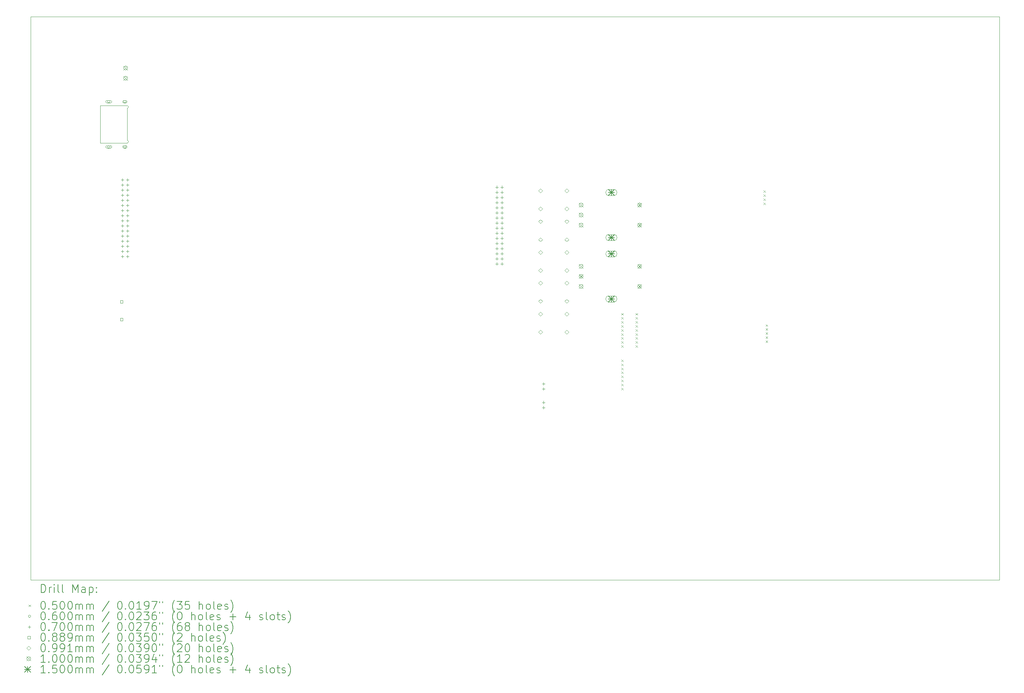
<source format=gbr>
%TF.GenerationSoftware,KiCad,Pcbnew,8.0.6*%
%TF.CreationDate,2024-12-15T12:04:53+11:00*%
%TF.ProjectId,drone_remote,64726f6e-655f-4726-956d-6f74652e6b69,rev?*%
%TF.SameCoordinates,Original*%
%TF.FileFunction,Drillmap*%
%TF.FilePolarity,Positive*%
%FSLAX45Y45*%
G04 Gerber Fmt 4.5, Leading zero omitted, Abs format (unit mm)*
G04 Created by KiCad (PCBNEW 8.0.6) date 2024-12-15 12:04:53*
%MOMM*%
%LPD*%
G01*
G04 APERTURE LIST*
%ADD10C,0.050000*%
%ADD11C,0.010000*%
%ADD12C,0.200000*%
%ADD13C,0.100000*%
%ADD14C,0.150000*%
G04 APERTURE END LIST*
D10*
X2850000Y-2050000D02*
X26900000Y-2050000D01*
X26900000Y-16050000D01*
X2850000Y-16050000D01*
X2850000Y-2050000D01*
D11*
X4575000Y-4263000D02*
X5245000Y-4263000D01*
X4575000Y-5187000D02*
X4575000Y-4263000D01*
X5245000Y-4323000D02*
X5245000Y-5127000D01*
X5245000Y-5187000D02*
X4575000Y-5187000D01*
X5245000Y-4263000D02*
G75*
G02*
X5275000Y-4293000I0J-30000D01*
G01*
X5245000Y-5127000D02*
G75*
G02*
X5275000Y-5157000I0J-30000D01*
G01*
X5275000Y-4293000D02*
G75*
G02*
X5245000Y-4323000I-30000J0D01*
G01*
X5275000Y-5157000D02*
G75*
G02*
X5245000Y-5187000I-30000J0D01*
G01*
D12*
D13*
X17513190Y-9420450D02*
X17563190Y-9470450D01*
X17563190Y-9420450D02*
X17513190Y-9470450D01*
X17513190Y-9520450D02*
X17563190Y-9570450D01*
X17563190Y-9520450D02*
X17513190Y-9570450D01*
X17513190Y-9620450D02*
X17563190Y-9670450D01*
X17563190Y-9620450D02*
X17513190Y-9670450D01*
X17513190Y-9720450D02*
X17563190Y-9770450D01*
X17563190Y-9720450D02*
X17513190Y-9770450D01*
X17513190Y-9820450D02*
X17563190Y-9870450D01*
X17563190Y-9820450D02*
X17513190Y-9870450D01*
X17513190Y-9920450D02*
X17563190Y-9970450D01*
X17563190Y-9920450D02*
X17513190Y-9970450D01*
X17513190Y-10020450D02*
X17563190Y-10070450D01*
X17563190Y-10020450D02*
X17513190Y-10070450D01*
X17513190Y-10120450D02*
X17563190Y-10170450D01*
X17563190Y-10120450D02*
X17513190Y-10170450D01*
X17513190Y-10220450D02*
X17563190Y-10270450D01*
X17563190Y-10220450D02*
X17513190Y-10270450D01*
X17513190Y-10575450D02*
X17563190Y-10625450D01*
X17563190Y-10575450D02*
X17513190Y-10625450D01*
X17513190Y-10675450D02*
X17563190Y-10725450D01*
X17563190Y-10675450D02*
X17513190Y-10725450D01*
X17513190Y-10775450D02*
X17563190Y-10825450D01*
X17563190Y-10775450D02*
X17513190Y-10825450D01*
X17513190Y-10875450D02*
X17563190Y-10925450D01*
X17563190Y-10875450D02*
X17513190Y-10925450D01*
X17513190Y-10975450D02*
X17563190Y-11025450D01*
X17563190Y-10975450D02*
X17513190Y-11025450D01*
X17513190Y-11075450D02*
X17563190Y-11125450D01*
X17563190Y-11075450D02*
X17513190Y-11125450D01*
X17513190Y-11175450D02*
X17563190Y-11225450D01*
X17563190Y-11175450D02*
X17513190Y-11225450D01*
X17513190Y-11275450D02*
X17563190Y-11325450D01*
X17563190Y-11275450D02*
X17513190Y-11325450D01*
X17868190Y-9420450D02*
X17918190Y-9470450D01*
X17918190Y-9420450D02*
X17868190Y-9470450D01*
X17868190Y-9520450D02*
X17918190Y-9570450D01*
X17918190Y-9520450D02*
X17868190Y-9570450D01*
X17868190Y-9620450D02*
X17918190Y-9670450D01*
X17918190Y-9620450D02*
X17868190Y-9670450D01*
X17868190Y-9720450D02*
X17918190Y-9770450D01*
X17918190Y-9720450D02*
X17868190Y-9770450D01*
X17868190Y-9820450D02*
X17918190Y-9870450D01*
X17918190Y-9820450D02*
X17868190Y-9870450D01*
X17868190Y-9920450D02*
X17918190Y-9970450D01*
X17918190Y-9920450D02*
X17868190Y-9970450D01*
X17868190Y-10020450D02*
X17918190Y-10070450D01*
X17918190Y-10020450D02*
X17868190Y-10070450D01*
X17868190Y-10120450D02*
X17918190Y-10170450D01*
X17918190Y-10120450D02*
X17868190Y-10170450D01*
X17868190Y-10220450D02*
X17918190Y-10270450D01*
X17918190Y-10220450D02*
X17868190Y-10270450D01*
X21043190Y-6370450D02*
X21093190Y-6420450D01*
X21093190Y-6370450D02*
X21043190Y-6420450D01*
X21043190Y-6470450D02*
X21093190Y-6520450D01*
X21093190Y-6470450D02*
X21043190Y-6520450D01*
X21043190Y-6570450D02*
X21093190Y-6620450D01*
X21093190Y-6570450D02*
X21043190Y-6620450D01*
X21043190Y-6670450D02*
X21093190Y-6720450D01*
X21093190Y-6670450D02*
X21043190Y-6720450D01*
X21097190Y-9699450D02*
X21147190Y-9749450D01*
X21147190Y-9699450D02*
X21097190Y-9749450D01*
X21097190Y-9799450D02*
X21147190Y-9849450D01*
X21147190Y-9799450D02*
X21097190Y-9849450D01*
X21097190Y-9899450D02*
X21147190Y-9949450D01*
X21147190Y-9899450D02*
X21097190Y-9949450D01*
X21097190Y-9999450D02*
X21147190Y-10049450D01*
X21147190Y-9999450D02*
X21097190Y-10049450D01*
X21097190Y-10099450D02*
X21147190Y-10149450D01*
X21147190Y-10099450D02*
X21097190Y-10149450D01*
X4815000Y-4163000D02*
G75*
G02*
X4755000Y-4163000I-30000J0D01*
G01*
X4755000Y-4163000D02*
G75*
G02*
X4815000Y-4163000I30000J0D01*
G01*
X4830000Y-4133000D02*
X4740000Y-4133000D01*
X4740000Y-4193000D02*
G75*
G02*
X4740000Y-4133000I0J30000D01*
G01*
X4740000Y-4193000D02*
X4830000Y-4193000D01*
X4830000Y-4193000D02*
G75*
G03*
X4830000Y-4133000I0J30000D01*
G01*
X4815000Y-5287000D02*
G75*
G02*
X4755000Y-5287000I-30000J0D01*
G01*
X4755000Y-5287000D02*
G75*
G02*
X4815000Y-5287000I30000J0D01*
G01*
X4830000Y-5257000D02*
X4740000Y-5257000D01*
X4740000Y-5317000D02*
G75*
G02*
X4740000Y-5257000I0J30000D01*
G01*
X4740000Y-5317000D02*
X4830000Y-5317000D01*
X4830000Y-5317000D02*
G75*
G03*
X4830000Y-5257000I0J30000D01*
G01*
X5215000Y-4163000D02*
G75*
G02*
X5155000Y-4163000I-30000J0D01*
G01*
X5155000Y-4163000D02*
G75*
G02*
X5215000Y-4163000I30000J0D01*
G01*
X5210000Y-4133000D02*
X5160000Y-4133000D01*
X5160000Y-4193000D02*
G75*
G02*
X5160000Y-4133000I0J30000D01*
G01*
X5160000Y-4193000D02*
X5210000Y-4193000D01*
X5210000Y-4193000D02*
G75*
G03*
X5210000Y-4133000I0J30000D01*
G01*
X5215000Y-5287000D02*
G75*
G02*
X5155000Y-5287000I-30000J0D01*
G01*
X5155000Y-5287000D02*
G75*
G02*
X5215000Y-5287000I30000J0D01*
G01*
X5210000Y-5257000D02*
X5160000Y-5257000D01*
X5160000Y-5317000D02*
G75*
G02*
X5160000Y-5257000I0J30000D01*
G01*
X5160000Y-5317000D02*
X5210000Y-5317000D01*
X5210000Y-5317000D02*
G75*
G03*
X5210000Y-5257000I0J30000D01*
G01*
X5123000Y-6068000D02*
X5123000Y-6138000D01*
X5088000Y-6103000D02*
X5158000Y-6103000D01*
X5123000Y-6195000D02*
X5123000Y-6265000D01*
X5088000Y-6230000D02*
X5158000Y-6230000D01*
X5123000Y-6322000D02*
X5123000Y-6392000D01*
X5088000Y-6357000D02*
X5158000Y-6357000D01*
X5123000Y-6449000D02*
X5123000Y-6519000D01*
X5088000Y-6484000D02*
X5158000Y-6484000D01*
X5123000Y-6576000D02*
X5123000Y-6646000D01*
X5088000Y-6611000D02*
X5158000Y-6611000D01*
X5123000Y-6703000D02*
X5123000Y-6773000D01*
X5088000Y-6738000D02*
X5158000Y-6738000D01*
X5123000Y-6830000D02*
X5123000Y-6900000D01*
X5088000Y-6865000D02*
X5158000Y-6865000D01*
X5123000Y-6957000D02*
X5123000Y-7027000D01*
X5088000Y-6992000D02*
X5158000Y-6992000D01*
X5123000Y-7084000D02*
X5123000Y-7154000D01*
X5088000Y-7119000D02*
X5158000Y-7119000D01*
X5123000Y-7211000D02*
X5123000Y-7281000D01*
X5088000Y-7246000D02*
X5158000Y-7246000D01*
X5123000Y-7338000D02*
X5123000Y-7408000D01*
X5088000Y-7373000D02*
X5158000Y-7373000D01*
X5123000Y-7465000D02*
X5123000Y-7535000D01*
X5088000Y-7500000D02*
X5158000Y-7500000D01*
X5123000Y-7592000D02*
X5123000Y-7662000D01*
X5088000Y-7627000D02*
X5158000Y-7627000D01*
X5123000Y-7719000D02*
X5123000Y-7789000D01*
X5088000Y-7754000D02*
X5158000Y-7754000D01*
X5123000Y-7846000D02*
X5123000Y-7916000D01*
X5088000Y-7881000D02*
X5158000Y-7881000D01*
X5123000Y-7973000D02*
X5123000Y-8043000D01*
X5088000Y-8008000D02*
X5158000Y-8008000D01*
X5250000Y-6068000D02*
X5250000Y-6138000D01*
X5215000Y-6103000D02*
X5285000Y-6103000D01*
X5250000Y-6195000D02*
X5250000Y-6265000D01*
X5215000Y-6230000D02*
X5285000Y-6230000D01*
X5250000Y-6322000D02*
X5250000Y-6392000D01*
X5215000Y-6357000D02*
X5285000Y-6357000D01*
X5250000Y-6449000D02*
X5250000Y-6519000D01*
X5215000Y-6484000D02*
X5285000Y-6484000D01*
X5250000Y-6576000D02*
X5250000Y-6646000D01*
X5215000Y-6611000D02*
X5285000Y-6611000D01*
X5250000Y-6703000D02*
X5250000Y-6773000D01*
X5215000Y-6738000D02*
X5285000Y-6738000D01*
X5250000Y-6830000D02*
X5250000Y-6900000D01*
X5215000Y-6865000D02*
X5285000Y-6865000D01*
X5250000Y-6957000D02*
X5250000Y-7027000D01*
X5215000Y-6992000D02*
X5285000Y-6992000D01*
X5250000Y-7084000D02*
X5250000Y-7154000D01*
X5215000Y-7119000D02*
X5285000Y-7119000D01*
X5250000Y-7211000D02*
X5250000Y-7281000D01*
X5215000Y-7246000D02*
X5285000Y-7246000D01*
X5250000Y-7338000D02*
X5250000Y-7408000D01*
X5215000Y-7373000D02*
X5285000Y-7373000D01*
X5250000Y-7465000D02*
X5250000Y-7535000D01*
X5215000Y-7500000D02*
X5285000Y-7500000D01*
X5250000Y-7592000D02*
X5250000Y-7662000D01*
X5215000Y-7627000D02*
X5285000Y-7627000D01*
X5250000Y-7719000D02*
X5250000Y-7789000D01*
X5215000Y-7754000D02*
X5285000Y-7754000D01*
X5250000Y-7846000D02*
X5250000Y-7916000D01*
X5215000Y-7881000D02*
X5285000Y-7881000D01*
X5250000Y-7973000D02*
X5250000Y-8043000D01*
X5215000Y-8008000D02*
X5285000Y-8008000D01*
X14423000Y-6253000D02*
X14423000Y-6323000D01*
X14388000Y-6288000D02*
X14458000Y-6288000D01*
X14423000Y-6380000D02*
X14423000Y-6450000D01*
X14388000Y-6415000D02*
X14458000Y-6415000D01*
X14423000Y-6507000D02*
X14423000Y-6577000D01*
X14388000Y-6542000D02*
X14458000Y-6542000D01*
X14423000Y-6634000D02*
X14423000Y-6704000D01*
X14388000Y-6669000D02*
X14458000Y-6669000D01*
X14423000Y-6761000D02*
X14423000Y-6831000D01*
X14388000Y-6796000D02*
X14458000Y-6796000D01*
X14423000Y-6888000D02*
X14423000Y-6958000D01*
X14388000Y-6923000D02*
X14458000Y-6923000D01*
X14423000Y-7015000D02*
X14423000Y-7085000D01*
X14388000Y-7050000D02*
X14458000Y-7050000D01*
X14423000Y-7142000D02*
X14423000Y-7212000D01*
X14388000Y-7177000D02*
X14458000Y-7177000D01*
X14423000Y-7269000D02*
X14423000Y-7339000D01*
X14388000Y-7304000D02*
X14458000Y-7304000D01*
X14423000Y-7396000D02*
X14423000Y-7466000D01*
X14388000Y-7431000D02*
X14458000Y-7431000D01*
X14423000Y-7523000D02*
X14423000Y-7593000D01*
X14388000Y-7558000D02*
X14458000Y-7558000D01*
X14423000Y-7650000D02*
X14423000Y-7720000D01*
X14388000Y-7685000D02*
X14458000Y-7685000D01*
X14423000Y-7777000D02*
X14423000Y-7847000D01*
X14388000Y-7812000D02*
X14458000Y-7812000D01*
X14423000Y-7904000D02*
X14423000Y-7974000D01*
X14388000Y-7939000D02*
X14458000Y-7939000D01*
X14423000Y-8031000D02*
X14423000Y-8101000D01*
X14388000Y-8066000D02*
X14458000Y-8066000D01*
X14423000Y-8158000D02*
X14423000Y-8228000D01*
X14388000Y-8193000D02*
X14458000Y-8193000D01*
X14550000Y-6253000D02*
X14550000Y-6323000D01*
X14515000Y-6288000D02*
X14585000Y-6288000D01*
X14550000Y-6380000D02*
X14550000Y-6450000D01*
X14515000Y-6415000D02*
X14585000Y-6415000D01*
X14550000Y-6507000D02*
X14550000Y-6577000D01*
X14515000Y-6542000D02*
X14585000Y-6542000D01*
X14550000Y-6634000D02*
X14550000Y-6704000D01*
X14515000Y-6669000D02*
X14585000Y-6669000D01*
X14550000Y-6761000D02*
X14550000Y-6831000D01*
X14515000Y-6796000D02*
X14585000Y-6796000D01*
X14550000Y-6888000D02*
X14550000Y-6958000D01*
X14515000Y-6923000D02*
X14585000Y-6923000D01*
X14550000Y-7015000D02*
X14550000Y-7085000D01*
X14515000Y-7050000D02*
X14585000Y-7050000D01*
X14550000Y-7142000D02*
X14550000Y-7212000D01*
X14515000Y-7177000D02*
X14585000Y-7177000D01*
X14550000Y-7269000D02*
X14550000Y-7339000D01*
X14515000Y-7304000D02*
X14585000Y-7304000D01*
X14550000Y-7396000D02*
X14550000Y-7466000D01*
X14515000Y-7431000D02*
X14585000Y-7431000D01*
X14550000Y-7523000D02*
X14550000Y-7593000D01*
X14515000Y-7558000D02*
X14585000Y-7558000D01*
X14550000Y-7650000D02*
X14550000Y-7720000D01*
X14515000Y-7685000D02*
X14585000Y-7685000D01*
X14550000Y-7777000D02*
X14550000Y-7847000D01*
X14515000Y-7812000D02*
X14585000Y-7812000D01*
X14550000Y-7904000D02*
X14550000Y-7974000D01*
X14515000Y-7939000D02*
X14585000Y-7939000D01*
X14550000Y-8031000D02*
X14550000Y-8101000D01*
X14515000Y-8066000D02*
X14585000Y-8066000D01*
X14550000Y-8158000D02*
X14550000Y-8228000D01*
X14515000Y-8193000D02*
X14585000Y-8193000D01*
X15579190Y-11143450D02*
X15579190Y-11213450D01*
X15544190Y-11178450D02*
X15614190Y-11178450D01*
X15579190Y-11270450D02*
X15579190Y-11340450D01*
X15544190Y-11305450D02*
X15614190Y-11305450D01*
X15579190Y-11603450D02*
X15579190Y-11673450D01*
X15544190Y-11638450D02*
X15614190Y-11638450D01*
X15579190Y-11730450D02*
X15579190Y-11800450D01*
X15544190Y-11765450D02*
X15614190Y-11765450D01*
X5133691Y-9165951D02*
X5133691Y-9103089D01*
X5070829Y-9103089D01*
X5070829Y-9165951D01*
X5133691Y-9165951D01*
X5133691Y-9607911D02*
X5133691Y-9545049D01*
X5070829Y-9545049D01*
X5070829Y-9607911D01*
X5133691Y-9607911D01*
X15504640Y-6426280D02*
X15554170Y-6376750D01*
X15504640Y-6327220D01*
X15455110Y-6376750D01*
X15504640Y-6426280D01*
X15504640Y-6876280D02*
X15554170Y-6826750D01*
X15504640Y-6777220D01*
X15455110Y-6826750D01*
X15504640Y-6876280D01*
X15504640Y-7191760D02*
X15554170Y-7142230D01*
X15504640Y-7092700D01*
X15455110Y-7142230D01*
X15504640Y-7191760D01*
X15504640Y-7641760D02*
X15554170Y-7592230D01*
X15504640Y-7542700D01*
X15455110Y-7592230D01*
X15504640Y-7641760D01*
X15504640Y-7957240D02*
X15554170Y-7907710D01*
X15504640Y-7858180D01*
X15455110Y-7907710D01*
X15504640Y-7957240D01*
X15504640Y-8407240D02*
X15554170Y-8357710D01*
X15504640Y-8308180D01*
X15455110Y-8357710D01*
X15504640Y-8407240D01*
X15504640Y-8722720D02*
X15554170Y-8673190D01*
X15504640Y-8623660D01*
X15455110Y-8673190D01*
X15504640Y-8722720D01*
X15504640Y-9172720D02*
X15554170Y-9123190D01*
X15504640Y-9073660D01*
X15455110Y-9123190D01*
X15504640Y-9172720D01*
X15504640Y-9488200D02*
X15554170Y-9438670D01*
X15504640Y-9389140D01*
X15455110Y-9438670D01*
X15504640Y-9488200D01*
X15504640Y-9938200D02*
X15554170Y-9888670D01*
X15504640Y-9839140D01*
X15455110Y-9888670D01*
X15504640Y-9938200D01*
X16154640Y-6426280D02*
X16204170Y-6376750D01*
X16154640Y-6327220D01*
X16105110Y-6376750D01*
X16154640Y-6426280D01*
X16154640Y-6876280D02*
X16204170Y-6826750D01*
X16154640Y-6777220D01*
X16105110Y-6826750D01*
X16154640Y-6876280D01*
X16154640Y-7191760D02*
X16204170Y-7142230D01*
X16154640Y-7092700D01*
X16105110Y-7142230D01*
X16154640Y-7191760D01*
X16154640Y-7641760D02*
X16204170Y-7592230D01*
X16154640Y-7542700D01*
X16105110Y-7592230D01*
X16154640Y-7641760D01*
X16154640Y-7957240D02*
X16204170Y-7907710D01*
X16154640Y-7858180D01*
X16105110Y-7907710D01*
X16154640Y-7957240D01*
X16154640Y-8407240D02*
X16204170Y-8357710D01*
X16154640Y-8308180D01*
X16105110Y-8357710D01*
X16154640Y-8407240D01*
X16154640Y-8722720D02*
X16204170Y-8673190D01*
X16154640Y-8623660D01*
X16105110Y-8673190D01*
X16154640Y-8722720D01*
X16154640Y-9172720D02*
X16204170Y-9123190D01*
X16154640Y-9073660D01*
X16105110Y-9123190D01*
X16154640Y-9172720D01*
X16154640Y-9488200D02*
X16204170Y-9438670D01*
X16154640Y-9389140D01*
X16105110Y-9438670D01*
X16154640Y-9488200D01*
X16154640Y-9938200D02*
X16204170Y-9888670D01*
X16154640Y-9839140D01*
X16105110Y-9888670D01*
X16154640Y-9938200D01*
X5152500Y-3275000D02*
X5252500Y-3375000D01*
X5252500Y-3275000D02*
X5152500Y-3375000D01*
X5252500Y-3325000D02*
G75*
G02*
X5152500Y-3325000I-50000J0D01*
G01*
X5152500Y-3325000D02*
G75*
G02*
X5252500Y-3325000I50000J0D01*
G01*
X5152500Y-3529000D02*
X5252500Y-3629000D01*
X5252500Y-3529000D02*
X5152500Y-3629000D01*
X5252500Y-3579000D02*
G75*
G02*
X5152500Y-3579000I-50000J0D01*
G01*
X5152500Y-3579000D02*
G75*
G02*
X5252500Y-3579000I50000J0D01*
G01*
X16464190Y-6680450D02*
X16564190Y-6780450D01*
X16564190Y-6680450D02*
X16464190Y-6780450D01*
X16564190Y-6730450D02*
G75*
G02*
X16464190Y-6730450I-50000J0D01*
G01*
X16464190Y-6730450D02*
G75*
G02*
X16564190Y-6730450I50000J0D01*
G01*
X16464190Y-6930450D02*
X16564190Y-7030450D01*
X16564190Y-6930450D02*
X16464190Y-7030450D01*
X16564190Y-6980450D02*
G75*
G02*
X16464190Y-6980450I-50000J0D01*
G01*
X16464190Y-6980450D02*
G75*
G02*
X16564190Y-6980450I50000J0D01*
G01*
X16464190Y-7180450D02*
X16564190Y-7280450D01*
X16564190Y-7180450D02*
X16464190Y-7280450D01*
X16564190Y-7230450D02*
G75*
G02*
X16464190Y-7230450I-50000J0D01*
G01*
X16464190Y-7230450D02*
G75*
G02*
X16564190Y-7230450I50000J0D01*
G01*
X16464190Y-8205450D02*
X16564190Y-8305450D01*
X16564190Y-8205450D02*
X16464190Y-8305450D01*
X16564190Y-8255450D02*
G75*
G02*
X16464190Y-8255450I-50000J0D01*
G01*
X16464190Y-8255450D02*
G75*
G02*
X16564190Y-8255450I50000J0D01*
G01*
X16464190Y-8455450D02*
X16564190Y-8555450D01*
X16564190Y-8455450D02*
X16464190Y-8555450D01*
X16564190Y-8505450D02*
G75*
G02*
X16464190Y-8505450I-50000J0D01*
G01*
X16464190Y-8505450D02*
G75*
G02*
X16564190Y-8505450I50000J0D01*
G01*
X16464190Y-8705450D02*
X16564190Y-8805450D01*
X16564190Y-8705450D02*
X16464190Y-8805450D01*
X16564190Y-8755450D02*
G75*
G02*
X16464190Y-8755450I-50000J0D01*
G01*
X16464190Y-8755450D02*
G75*
G02*
X16564190Y-8755450I50000J0D01*
G01*
X17914190Y-6680450D02*
X18014190Y-6780450D01*
X18014190Y-6680450D02*
X17914190Y-6780450D01*
X18014190Y-6730450D02*
G75*
G02*
X17914190Y-6730450I-50000J0D01*
G01*
X17914190Y-6730450D02*
G75*
G02*
X18014190Y-6730450I50000J0D01*
G01*
X17914190Y-7180450D02*
X18014190Y-7280450D01*
X18014190Y-7180450D02*
X17914190Y-7280450D01*
X18014190Y-7230450D02*
G75*
G02*
X17914190Y-7230450I-50000J0D01*
G01*
X17914190Y-7230450D02*
G75*
G02*
X18014190Y-7230450I50000J0D01*
G01*
X17914190Y-8205450D02*
X18014190Y-8305450D01*
X18014190Y-8205450D02*
X17914190Y-8305450D01*
X18014190Y-8255450D02*
G75*
G02*
X17914190Y-8255450I-50000J0D01*
G01*
X17914190Y-8255450D02*
G75*
G02*
X18014190Y-8255450I50000J0D01*
G01*
X17914190Y-8705450D02*
X18014190Y-8805450D01*
X18014190Y-8705450D02*
X17914190Y-8805450D01*
X18014190Y-8755450D02*
G75*
G02*
X17914190Y-8755450I-50000J0D01*
G01*
X17914190Y-8755450D02*
G75*
G02*
X18014190Y-8755450I50000J0D01*
G01*
D14*
X17189190Y-6345450D02*
X17339190Y-6495450D01*
X17339190Y-6345450D02*
X17189190Y-6495450D01*
X17264190Y-6345450D02*
X17264190Y-6495450D01*
X17189190Y-6420450D02*
X17339190Y-6420450D01*
D13*
X17199190Y-6495450D02*
X17329190Y-6495450D01*
X17329190Y-6345450D02*
G75*
G02*
X17329190Y-6495450I0J-75000D01*
G01*
X17329190Y-6345450D02*
X17199190Y-6345450D01*
X17199190Y-6345450D02*
G75*
G03*
X17199190Y-6495450I0J-75000D01*
G01*
D14*
X17189190Y-7465450D02*
X17339190Y-7615450D01*
X17339190Y-7465450D02*
X17189190Y-7615450D01*
X17264190Y-7465450D02*
X17264190Y-7615450D01*
X17189190Y-7540450D02*
X17339190Y-7540450D01*
D13*
X17199190Y-7615450D02*
X17329190Y-7615450D01*
X17329190Y-7465450D02*
G75*
G02*
X17329190Y-7615450I0J-75000D01*
G01*
X17329190Y-7465450D02*
X17199190Y-7465450D01*
X17199190Y-7465450D02*
G75*
G03*
X17199190Y-7615450I0J-75000D01*
G01*
D14*
X17189190Y-7870450D02*
X17339190Y-8020450D01*
X17339190Y-7870450D02*
X17189190Y-8020450D01*
X17264190Y-7870450D02*
X17264190Y-8020450D01*
X17189190Y-7945450D02*
X17339190Y-7945450D01*
D13*
X17199190Y-8020450D02*
X17329190Y-8020450D01*
X17329190Y-7870450D02*
G75*
G02*
X17329190Y-8020450I0J-75000D01*
G01*
X17329190Y-7870450D02*
X17199190Y-7870450D01*
X17199190Y-7870450D02*
G75*
G03*
X17199190Y-8020450I0J-75000D01*
G01*
D14*
X17189190Y-8990450D02*
X17339190Y-9140450D01*
X17339190Y-8990450D02*
X17189190Y-9140450D01*
X17264190Y-8990450D02*
X17264190Y-9140450D01*
X17189190Y-9065450D02*
X17339190Y-9065450D01*
D13*
X17199190Y-9140450D02*
X17329190Y-9140450D01*
X17329190Y-8990450D02*
G75*
G02*
X17329190Y-9140450I0J-75000D01*
G01*
X17329190Y-8990450D02*
X17199190Y-8990450D01*
X17199190Y-8990450D02*
G75*
G03*
X17199190Y-9140450I0J-75000D01*
G01*
D12*
X3108277Y-16363984D02*
X3108277Y-16163984D01*
X3108277Y-16163984D02*
X3155896Y-16163984D01*
X3155896Y-16163984D02*
X3184467Y-16173508D01*
X3184467Y-16173508D02*
X3203515Y-16192555D01*
X3203515Y-16192555D02*
X3213039Y-16211603D01*
X3213039Y-16211603D02*
X3222562Y-16249698D01*
X3222562Y-16249698D02*
X3222562Y-16278269D01*
X3222562Y-16278269D02*
X3213039Y-16316365D01*
X3213039Y-16316365D02*
X3203515Y-16335412D01*
X3203515Y-16335412D02*
X3184467Y-16354460D01*
X3184467Y-16354460D02*
X3155896Y-16363984D01*
X3155896Y-16363984D02*
X3108277Y-16363984D01*
X3308277Y-16363984D02*
X3308277Y-16230650D01*
X3308277Y-16268746D02*
X3317801Y-16249698D01*
X3317801Y-16249698D02*
X3327324Y-16240174D01*
X3327324Y-16240174D02*
X3346372Y-16230650D01*
X3346372Y-16230650D02*
X3365420Y-16230650D01*
X3432086Y-16363984D02*
X3432086Y-16230650D01*
X3432086Y-16163984D02*
X3422562Y-16173508D01*
X3422562Y-16173508D02*
X3432086Y-16183031D01*
X3432086Y-16183031D02*
X3441610Y-16173508D01*
X3441610Y-16173508D02*
X3432086Y-16163984D01*
X3432086Y-16163984D02*
X3432086Y-16183031D01*
X3555896Y-16363984D02*
X3536848Y-16354460D01*
X3536848Y-16354460D02*
X3527324Y-16335412D01*
X3527324Y-16335412D02*
X3527324Y-16163984D01*
X3660658Y-16363984D02*
X3641610Y-16354460D01*
X3641610Y-16354460D02*
X3632086Y-16335412D01*
X3632086Y-16335412D02*
X3632086Y-16163984D01*
X3889229Y-16363984D02*
X3889229Y-16163984D01*
X3889229Y-16163984D02*
X3955896Y-16306841D01*
X3955896Y-16306841D02*
X4022562Y-16163984D01*
X4022562Y-16163984D02*
X4022562Y-16363984D01*
X4203515Y-16363984D02*
X4203515Y-16259222D01*
X4203515Y-16259222D02*
X4193991Y-16240174D01*
X4193991Y-16240174D02*
X4174943Y-16230650D01*
X4174943Y-16230650D02*
X4136848Y-16230650D01*
X4136848Y-16230650D02*
X4117801Y-16240174D01*
X4203515Y-16354460D02*
X4184467Y-16363984D01*
X4184467Y-16363984D02*
X4136848Y-16363984D01*
X4136848Y-16363984D02*
X4117801Y-16354460D01*
X4117801Y-16354460D02*
X4108277Y-16335412D01*
X4108277Y-16335412D02*
X4108277Y-16316365D01*
X4108277Y-16316365D02*
X4117801Y-16297317D01*
X4117801Y-16297317D02*
X4136848Y-16287793D01*
X4136848Y-16287793D02*
X4184467Y-16287793D01*
X4184467Y-16287793D02*
X4203515Y-16278269D01*
X4298753Y-16230650D02*
X4298753Y-16430650D01*
X4298753Y-16240174D02*
X4317801Y-16230650D01*
X4317801Y-16230650D02*
X4355896Y-16230650D01*
X4355896Y-16230650D02*
X4374944Y-16240174D01*
X4374944Y-16240174D02*
X4384467Y-16249698D01*
X4384467Y-16249698D02*
X4393991Y-16268746D01*
X4393991Y-16268746D02*
X4393991Y-16325888D01*
X4393991Y-16325888D02*
X4384467Y-16344936D01*
X4384467Y-16344936D02*
X4374944Y-16354460D01*
X4374944Y-16354460D02*
X4355896Y-16363984D01*
X4355896Y-16363984D02*
X4317801Y-16363984D01*
X4317801Y-16363984D02*
X4298753Y-16354460D01*
X4479705Y-16344936D02*
X4489229Y-16354460D01*
X4489229Y-16354460D02*
X4479705Y-16363984D01*
X4479705Y-16363984D02*
X4470182Y-16354460D01*
X4470182Y-16354460D02*
X4479705Y-16344936D01*
X4479705Y-16344936D02*
X4479705Y-16363984D01*
X4479705Y-16240174D02*
X4489229Y-16249698D01*
X4489229Y-16249698D02*
X4479705Y-16259222D01*
X4479705Y-16259222D02*
X4470182Y-16249698D01*
X4470182Y-16249698D02*
X4479705Y-16240174D01*
X4479705Y-16240174D02*
X4479705Y-16259222D01*
D13*
X2797500Y-16667500D02*
X2847500Y-16717500D01*
X2847500Y-16667500D02*
X2797500Y-16717500D01*
D12*
X3146372Y-16583984D02*
X3165420Y-16583984D01*
X3165420Y-16583984D02*
X3184467Y-16593508D01*
X3184467Y-16593508D02*
X3193991Y-16603031D01*
X3193991Y-16603031D02*
X3203515Y-16622079D01*
X3203515Y-16622079D02*
X3213039Y-16660174D01*
X3213039Y-16660174D02*
X3213039Y-16707793D01*
X3213039Y-16707793D02*
X3203515Y-16745888D01*
X3203515Y-16745888D02*
X3193991Y-16764936D01*
X3193991Y-16764936D02*
X3184467Y-16774460D01*
X3184467Y-16774460D02*
X3165420Y-16783984D01*
X3165420Y-16783984D02*
X3146372Y-16783984D01*
X3146372Y-16783984D02*
X3127324Y-16774460D01*
X3127324Y-16774460D02*
X3117801Y-16764936D01*
X3117801Y-16764936D02*
X3108277Y-16745888D01*
X3108277Y-16745888D02*
X3098753Y-16707793D01*
X3098753Y-16707793D02*
X3098753Y-16660174D01*
X3098753Y-16660174D02*
X3108277Y-16622079D01*
X3108277Y-16622079D02*
X3117801Y-16603031D01*
X3117801Y-16603031D02*
X3127324Y-16593508D01*
X3127324Y-16593508D02*
X3146372Y-16583984D01*
X3298753Y-16764936D02*
X3308277Y-16774460D01*
X3308277Y-16774460D02*
X3298753Y-16783984D01*
X3298753Y-16783984D02*
X3289229Y-16774460D01*
X3289229Y-16774460D02*
X3298753Y-16764936D01*
X3298753Y-16764936D02*
X3298753Y-16783984D01*
X3489229Y-16583984D02*
X3393991Y-16583984D01*
X3393991Y-16583984D02*
X3384467Y-16679222D01*
X3384467Y-16679222D02*
X3393991Y-16669698D01*
X3393991Y-16669698D02*
X3413039Y-16660174D01*
X3413039Y-16660174D02*
X3460658Y-16660174D01*
X3460658Y-16660174D02*
X3479705Y-16669698D01*
X3479705Y-16669698D02*
X3489229Y-16679222D01*
X3489229Y-16679222D02*
X3498753Y-16698269D01*
X3498753Y-16698269D02*
X3498753Y-16745888D01*
X3498753Y-16745888D02*
X3489229Y-16764936D01*
X3489229Y-16764936D02*
X3479705Y-16774460D01*
X3479705Y-16774460D02*
X3460658Y-16783984D01*
X3460658Y-16783984D02*
X3413039Y-16783984D01*
X3413039Y-16783984D02*
X3393991Y-16774460D01*
X3393991Y-16774460D02*
X3384467Y-16764936D01*
X3622562Y-16583984D02*
X3641610Y-16583984D01*
X3641610Y-16583984D02*
X3660658Y-16593508D01*
X3660658Y-16593508D02*
X3670182Y-16603031D01*
X3670182Y-16603031D02*
X3679705Y-16622079D01*
X3679705Y-16622079D02*
X3689229Y-16660174D01*
X3689229Y-16660174D02*
X3689229Y-16707793D01*
X3689229Y-16707793D02*
X3679705Y-16745888D01*
X3679705Y-16745888D02*
X3670182Y-16764936D01*
X3670182Y-16764936D02*
X3660658Y-16774460D01*
X3660658Y-16774460D02*
X3641610Y-16783984D01*
X3641610Y-16783984D02*
X3622562Y-16783984D01*
X3622562Y-16783984D02*
X3603515Y-16774460D01*
X3603515Y-16774460D02*
X3593991Y-16764936D01*
X3593991Y-16764936D02*
X3584467Y-16745888D01*
X3584467Y-16745888D02*
X3574943Y-16707793D01*
X3574943Y-16707793D02*
X3574943Y-16660174D01*
X3574943Y-16660174D02*
X3584467Y-16622079D01*
X3584467Y-16622079D02*
X3593991Y-16603031D01*
X3593991Y-16603031D02*
X3603515Y-16593508D01*
X3603515Y-16593508D02*
X3622562Y-16583984D01*
X3813039Y-16583984D02*
X3832086Y-16583984D01*
X3832086Y-16583984D02*
X3851134Y-16593508D01*
X3851134Y-16593508D02*
X3860658Y-16603031D01*
X3860658Y-16603031D02*
X3870182Y-16622079D01*
X3870182Y-16622079D02*
X3879705Y-16660174D01*
X3879705Y-16660174D02*
X3879705Y-16707793D01*
X3879705Y-16707793D02*
X3870182Y-16745888D01*
X3870182Y-16745888D02*
X3860658Y-16764936D01*
X3860658Y-16764936D02*
X3851134Y-16774460D01*
X3851134Y-16774460D02*
X3832086Y-16783984D01*
X3832086Y-16783984D02*
X3813039Y-16783984D01*
X3813039Y-16783984D02*
X3793991Y-16774460D01*
X3793991Y-16774460D02*
X3784467Y-16764936D01*
X3784467Y-16764936D02*
X3774943Y-16745888D01*
X3774943Y-16745888D02*
X3765420Y-16707793D01*
X3765420Y-16707793D02*
X3765420Y-16660174D01*
X3765420Y-16660174D02*
X3774943Y-16622079D01*
X3774943Y-16622079D02*
X3784467Y-16603031D01*
X3784467Y-16603031D02*
X3793991Y-16593508D01*
X3793991Y-16593508D02*
X3813039Y-16583984D01*
X3965420Y-16783984D02*
X3965420Y-16650650D01*
X3965420Y-16669698D02*
X3974943Y-16660174D01*
X3974943Y-16660174D02*
X3993991Y-16650650D01*
X3993991Y-16650650D02*
X4022563Y-16650650D01*
X4022563Y-16650650D02*
X4041610Y-16660174D01*
X4041610Y-16660174D02*
X4051134Y-16679222D01*
X4051134Y-16679222D02*
X4051134Y-16783984D01*
X4051134Y-16679222D02*
X4060658Y-16660174D01*
X4060658Y-16660174D02*
X4079705Y-16650650D01*
X4079705Y-16650650D02*
X4108277Y-16650650D01*
X4108277Y-16650650D02*
X4127324Y-16660174D01*
X4127324Y-16660174D02*
X4136848Y-16679222D01*
X4136848Y-16679222D02*
X4136848Y-16783984D01*
X4232086Y-16783984D02*
X4232086Y-16650650D01*
X4232086Y-16669698D02*
X4241610Y-16660174D01*
X4241610Y-16660174D02*
X4260658Y-16650650D01*
X4260658Y-16650650D02*
X4289229Y-16650650D01*
X4289229Y-16650650D02*
X4308277Y-16660174D01*
X4308277Y-16660174D02*
X4317801Y-16679222D01*
X4317801Y-16679222D02*
X4317801Y-16783984D01*
X4317801Y-16679222D02*
X4327325Y-16660174D01*
X4327325Y-16660174D02*
X4346372Y-16650650D01*
X4346372Y-16650650D02*
X4374944Y-16650650D01*
X4374944Y-16650650D02*
X4393991Y-16660174D01*
X4393991Y-16660174D02*
X4403515Y-16679222D01*
X4403515Y-16679222D02*
X4403515Y-16783984D01*
X4793991Y-16574460D02*
X4622563Y-16831603D01*
X5051134Y-16583984D02*
X5070182Y-16583984D01*
X5070182Y-16583984D02*
X5089229Y-16593508D01*
X5089229Y-16593508D02*
X5098753Y-16603031D01*
X5098753Y-16603031D02*
X5108277Y-16622079D01*
X5108277Y-16622079D02*
X5117801Y-16660174D01*
X5117801Y-16660174D02*
X5117801Y-16707793D01*
X5117801Y-16707793D02*
X5108277Y-16745888D01*
X5108277Y-16745888D02*
X5098753Y-16764936D01*
X5098753Y-16764936D02*
X5089229Y-16774460D01*
X5089229Y-16774460D02*
X5070182Y-16783984D01*
X5070182Y-16783984D02*
X5051134Y-16783984D01*
X5051134Y-16783984D02*
X5032087Y-16774460D01*
X5032087Y-16774460D02*
X5022563Y-16764936D01*
X5022563Y-16764936D02*
X5013039Y-16745888D01*
X5013039Y-16745888D02*
X5003515Y-16707793D01*
X5003515Y-16707793D02*
X5003515Y-16660174D01*
X5003515Y-16660174D02*
X5013039Y-16622079D01*
X5013039Y-16622079D02*
X5022563Y-16603031D01*
X5022563Y-16603031D02*
X5032087Y-16593508D01*
X5032087Y-16593508D02*
X5051134Y-16583984D01*
X5203515Y-16764936D02*
X5213039Y-16774460D01*
X5213039Y-16774460D02*
X5203515Y-16783984D01*
X5203515Y-16783984D02*
X5193991Y-16774460D01*
X5193991Y-16774460D02*
X5203515Y-16764936D01*
X5203515Y-16764936D02*
X5203515Y-16783984D01*
X5336848Y-16583984D02*
X5355896Y-16583984D01*
X5355896Y-16583984D02*
X5374944Y-16593508D01*
X5374944Y-16593508D02*
X5384468Y-16603031D01*
X5384468Y-16603031D02*
X5393991Y-16622079D01*
X5393991Y-16622079D02*
X5403515Y-16660174D01*
X5403515Y-16660174D02*
X5403515Y-16707793D01*
X5403515Y-16707793D02*
X5393991Y-16745888D01*
X5393991Y-16745888D02*
X5384468Y-16764936D01*
X5384468Y-16764936D02*
X5374944Y-16774460D01*
X5374944Y-16774460D02*
X5355896Y-16783984D01*
X5355896Y-16783984D02*
X5336848Y-16783984D01*
X5336848Y-16783984D02*
X5317801Y-16774460D01*
X5317801Y-16774460D02*
X5308277Y-16764936D01*
X5308277Y-16764936D02*
X5298753Y-16745888D01*
X5298753Y-16745888D02*
X5289229Y-16707793D01*
X5289229Y-16707793D02*
X5289229Y-16660174D01*
X5289229Y-16660174D02*
X5298753Y-16622079D01*
X5298753Y-16622079D02*
X5308277Y-16603031D01*
X5308277Y-16603031D02*
X5317801Y-16593508D01*
X5317801Y-16593508D02*
X5336848Y-16583984D01*
X5593991Y-16783984D02*
X5479706Y-16783984D01*
X5536848Y-16783984D02*
X5536848Y-16583984D01*
X5536848Y-16583984D02*
X5517801Y-16612555D01*
X5517801Y-16612555D02*
X5498753Y-16631603D01*
X5498753Y-16631603D02*
X5479706Y-16641127D01*
X5689229Y-16783984D02*
X5727325Y-16783984D01*
X5727325Y-16783984D02*
X5746372Y-16774460D01*
X5746372Y-16774460D02*
X5755896Y-16764936D01*
X5755896Y-16764936D02*
X5774944Y-16736365D01*
X5774944Y-16736365D02*
X5784467Y-16698269D01*
X5784467Y-16698269D02*
X5784467Y-16622079D01*
X5784467Y-16622079D02*
X5774944Y-16603031D01*
X5774944Y-16603031D02*
X5765420Y-16593508D01*
X5765420Y-16593508D02*
X5746372Y-16583984D01*
X5746372Y-16583984D02*
X5708277Y-16583984D01*
X5708277Y-16583984D02*
X5689229Y-16593508D01*
X5689229Y-16593508D02*
X5679706Y-16603031D01*
X5679706Y-16603031D02*
X5670182Y-16622079D01*
X5670182Y-16622079D02*
X5670182Y-16669698D01*
X5670182Y-16669698D02*
X5679706Y-16688746D01*
X5679706Y-16688746D02*
X5689229Y-16698269D01*
X5689229Y-16698269D02*
X5708277Y-16707793D01*
X5708277Y-16707793D02*
X5746372Y-16707793D01*
X5746372Y-16707793D02*
X5765420Y-16698269D01*
X5765420Y-16698269D02*
X5774944Y-16688746D01*
X5774944Y-16688746D02*
X5784467Y-16669698D01*
X5851134Y-16583984D02*
X5984467Y-16583984D01*
X5984467Y-16583984D02*
X5898753Y-16783984D01*
X6051134Y-16583984D02*
X6051134Y-16622079D01*
X6127325Y-16583984D02*
X6127325Y-16622079D01*
X6422563Y-16860174D02*
X6413039Y-16850650D01*
X6413039Y-16850650D02*
X6393991Y-16822079D01*
X6393991Y-16822079D02*
X6384468Y-16803031D01*
X6384468Y-16803031D02*
X6374944Y-16774460D01*
X6374944Y-16774460D02*
X6365420Y-16726841D01*
X6365420Y-16726841D02*
X6365420Y-16688746D01*
X6365420Y-16688746D02*
X6374944Y-16641127D01*
X6374944Y-16641127D02*
X6384468Y-16612555D01*
X6384468Y-16612555D02*
X6393991Y-16593508D01*
X6393991Y-16593508D02*
X6413039Y-16564936D01*
X6413039Y-16564936D02*
X6422563Y-16555412D01*
X6479706Y-16583984D02*
X6603515Y-16583984D01*
X6603515Y-16583984D02*
X6536848Y-16660174D01*
X6536848Y-16660174D02*
X6565420Y-16660174D01*
X6565420Y-16660174D02*
X6584468Y-16669698D01*
X6584468Y-16669698D02*
X6593991Y-16679222D01*
X6593991Y-16679222D02*
X6603515Y-16698269D01*
X6603515Y-16698269D02*
X6603515Y-16745888D01*
X6603515Y-16745888D02*
X6593991Y-16764936D01*
X6593991Y-16764936D02*
X6584468Y-16774460D01*
X6584468Y-16774460D02*
X6565420Y-16783984D01*
X6565420Y-16783984D02*
X6508277Y-16783984D01*
X6508277Y-16783984D02*
X6489229Y-16774460D01*
X6489229Y-16774460D02*
X6479706Y-16764936D01*
X6784468Y-16583984D02*
X6689229Y-16583984D01*
X6689229Y-16583984D02*
X6679706Y-16679222D01*
X6679706Y-16679222D02*
X6689229Y-16669698D01*
X6689229Y-16669698D02*
X6708277Y-16660174D01*
X6708277Y-16660174D02*
X6755896Y-16660174D01*
X6755896Y-16660174D02*
X6774944Y-16669698D01*
X6774944Y-16669698D02*
X6784468Y-16679222D01*
X6784468Y-16679222D02*
X6793991Y-16698269D01*
X6793991Y-16698269D02*
X6793991Y-16745888D01*
X6793991Y-16745888D02*
X6784468Y-16764936D01*
X6784468Y-16764936D02*
X6774944Y-16774460D01*
X6774944Y-16774460D02*
X6755896Y-16783984D01*
X6755896Y-16783984D02*
X6708277Y-16783984D01*
X6708277Y-16783984D02*
X6689229Y-16774460D01*
X6689229Y-16774460D02*
X6679706Y-16764936D01*
X7032087Y-16783984D02*
X7032087Y-16583984D01*
X7117801Y-16783984D02*
X7117801Y-16679222D01*
X7117801Y-16679222D02*
X7108277Y-16660174D01*
X7108277Y-16660174D02*
X7089230Y-16650650D01*
X7089230Y-16650650D02*
X7060658Y-16650650D01*
X7060658Y-16650650D02*
X7041610Y-16660174D01*
X7041610Y-16660174D02*
X7032087Y-16669698D01*
X7241610Y-16783984D02*
X7222563Y-16774460D01*
X7222563Y-16774460D02*
X7213039Y-16764936D01*
X7213039Y-16764936D02*
X7203515Y-16745888D01*
X7203515Y-16745888D02*
X7203515Y-16688746D01*
X7203515Y-16688746D02*
X7213039Y-16669698D01*
X7213039Y-16669698D02*
X7222563Y-16660174D01*
X7222563Y-16660174D02*
X7241610Y-16650650D01*
X7241610Y-16650650D02*
X7270182Y-16650650D01*
X7270182Y-16650650D02*
X7289230Y-16660174D01*
X7289230Y-16660174D02*
X7298753Y-16669698D01*
X7298753Y-16669698D02*
X7308277Y-16688746D01*
X7308277Y-16688746D02*
X7308277Y-16745888D01*
X7308277Y-16745888D02*
X7298753Y-16764936D01*
X7298753Y-16764936D02*
X7289230Y-16774460D01*
X7289230Y-16774460D02*
X7270182Y-16783984D01*
X7270182Y-16783984D02*
X7241610Y-16783984D01*
X7422563Y-16783984D02*
X7403515Y-16774460D01*
X7403515Y-16774460D02*
X7393991Y-16755412D01*
X7393991Y-16755412D02*
X7393991Y-16583984D01*
X7574944Y-16774460D02*
X7555896Y-16783984D01*
X7555896Y-16783984D02*
X7517801Y-16783984D01*
X7517801Y-16783984D02*
X7498753Y-16774460D01*
X7498753Y-16774460D02*
X7489230Y-16755412D01*
X7489230Y-16755412D02*
X7489230Y-16679222D01*
X7489230Y-16679222D02*
X7498753Y-16660174D01*
X7498753Y-16660174D02*
X7517801Y-16650650D01*
X7517801Y-16650650D02*
X7555896Y-16650650D01*
X7555896Y-16650650D02*
X7574944Y-16660174D01*
X7574944Y-16660174D02*
X7584468Y-16679222D01*
X7584468Y-16679222D02*
X7584468Y-16698269D01*
X7584468Y-16698269D02*
X7489230Y-16717317D01*
X7660658Y-16774460D02*
X7679706Y-16783984D01*
X7679706Y-16783984D02*
X7717801Y-16783984D01*
X7717801Y-16783984D02*
X7736849Y-16774460D01*
X7736849Y-16774460D02*
X7746372Y-16755412D01*
X7746372Y-16755412D02*
X7746372Y-16745888D01*
X7746372Y-16745888D02*
X7736849Y-16726841D01*
X7736849Y-16726841D02*
X7717801Y-16717317D01*
X7717801Y-16717317D02*
X7689230Y-16717317D01*
X7689230Y-16717317D02*
X7670182Y-16707793D01*
X7670182Y-16707793D02*
X7660658Y-16688746D01*
X7660658Y-16688746D02*
X7660658Y-16679222D01*
X7660658Y-16679222D02*
X7670182Y-16660174D01*
X7670182Y-16660174D02*
X7689230Y-16650650D01*
X7689230Y-16650650D02*
X7717801Y-16650650D01*
X7717801Y-16650650D02*
X7736849Y-16660174D01*
X7813039Y-16860174D02*
X7822563Y-16850650D01*
X7822563Y-16850650D02*
X7841611Y-16822079D01*
X7841611Y-16822079D02*
X7851134Y-16803031D01*
X7851134Y-16803031D02*
X7860658Y-16774460D01*
X7860658Y-16774460D02*
X7870182Y-16726841D01*
X7870182Y-16726841D02*
X7870182Y-16688746D01*
X7870182Y-16688746D02*
X7860658Y-16641127D01*
X7860658Y-16641127D02*
X7851134Y-16612555D01*
X7851134Y-16612555D02*
X7841611Y-16593508D01*
X7841611Y-16593508D02*
X7822563Y-16564936D01*
X7822563Y-16564936D02*
X7813039Y-16555412D01*
D13*
X2847500Y-16956500D02*
G75*
G02*
X2787500Y-16956500I-30000J0D01*
G01*
X2787500Y-16956500D02*
G75*
G02*
X2847500Y-16956500I30000J0D01*
G01*
D12*
X3146372Y-16847984D02*
X3165420Y-16847984D01*
X3165420Y-16847984D02*
X3184467Y-16857508D01*
X3184467Y-16857508D02*
X3193991Y-16867031D01*
X3193991Y-16867031D02*
X3203515Y-16886079D01*
X3203515Y-16886079D02*
X3213039Y-16924174D01*
X3213039Y-16924174D02*
X3213039Y-16971793D01*
X3213039Y-16971793D02*
X3203515Y-17009889D01*
X3203515Y-17009889D02*
X3193991Y-17028936D01*
X3193991Y-17028936D02*
X3184467Y-17038460D01*
X3184467Y-17038460D02*
X3165420Y-17047984D01*
X3165420Y-17047984D02*
X3146372Y-17047984D01*
X3146372Y-17047984D02*
X3127324Y-17038460D01*
X3127324Y-17038460D02*
X3117801Y-17028936D01*
X3117801Y-17028936D02*
X3108277Y-17009889D01*
X3108277Y-17009889D02*
X3098753Y-16971793D01*
X3098753Y-16971793D02*
X3098753Y-16924174D01*
X3098753Y-16924174D02*
X3108277Y-16886079D01*
X3108277Y-16886079D02*
X3117801Y-16867031D01*
X3117801Y-16867031D02*
X3127324Y-16857508D01*
X3127324Y-16857508D02*
X3146372Y-16847984D01*
X3298753Y-17028936D02*
X3308277Y-17038460D01*
X3308277Y-17038460D02*
X3298753Y-17047984D01*
X3298753Y-17047984D02*
X3289229Y-17038460D01*
X3289229Y-17038460D02*
X3298753Y-17028936D01*
X3298753Y-17028936D02*
X3298753Y-17047984D01*
X3479705Y-16847984D02*
X3441610Y-16847984D01*
X3441610Y-16847984D02*
X3422562Y-16857508D01*
X3422562Y-16857508D02*
X3413039Y-16867031D01*
X3413039Y-16867031D02*
X3393991Y-16895603D01*
X3393991Y-16895603D02*
X3384467Y-16933698D01*
X3384467Y-16933698D02*
X3384467Y-17009889D01*
X3384467Y-17009889D02*
X3393991Y-17028936D01*
X3393991Y-17028936D02*
X3403515Y-17038460D01*
X3403515Y-17038460D02*
X3422562Y-17047984D01*
X3422562Y-17047984D02*
X3460658Y-17047984D01*
X3460658Y-17047984D02*
X3479705Y-17038460D01*
X3479705Y-17038460D02*
X3489229Y-17028936D01*
X3489229Y-17028936D02*
X3498753Y-17009889D01*
X3498753Y-17009889D02*
X3498753Y-16962270D01*
X3498753Y-16962270D02*
X3489229Y-16943222D01*
X3489229Y-16943222D02*
X3479705Y-16933698D01*
X3479705Y-16933698D02*
X3460658Y-16924174D01*
X3460658Y-16924174D02*
X3422562Y-16924174D01*
X3422562Y-16924174D02*
X3403515Y-16933698D01*
X3403515Y-16933698D02*
X3393991Y-16943222D01*
X3393991Y-16943222D02*
X3384467Y-16962270D01*
X3622562Y-16847984D02*
X3641610Y-16847984D01*
X3641610Y-16847984D02*
X3660658Y-16857508D01*
X3660658Y-16857508D02*
X3670182Y-16867031D01*
X3670182Y-16867031D02*
X3679705Y-16886079D01*
X3679705Y-16886079D02*
X3689229Y-16924174D01*
X3689229Y-16924174D02*
X3689229Y-16971793D01*
X3689229Y-16971793D02*
X3679705Y-17009889D01*
X3679705Y-17009889D02*
X3670182Y-17028936D01*
X3670182Y-17028936D02*
X3660658Y-17038460D01*
X3660658Y-17038460D02*
X3641610Y-17047984D01*
X3641610Y-17047984D02*
X3622562Y-17047984D01*
X3622562Y-17047984D02*
X3603515Y-17038460D01*
X3603515Y-17038460D02*
X3593991Y-17028936D01*
X3593991Y-17028936D02*
X3584467Y-17009889D01*
X3584467Y-17009889D02*
X3574943Y-16971793D01*
X3574943Y-16971793D02*
X3574943Y-16924174D01*
X3574943Y-16924174D02*
X3584467Y-16886079D01*
X3584467Y-16886079D02*
X3593991Y-16867031D01*
X3593991Y-16867031D02*
X3603515Y-16857508D01*
X3603515Y-16857508D02*
X3622562Y-16847984D01*
X3813039Y-16847984D02*
X3832086Y-16847984D01*
X3832086Y-16847984D02*
X3851134Y-16857508D01*
X3851134Y-16857508D02*
X3860658Y-16867031D01*
X3860658Y-16867031D02*
X3870182Y-16886079D01*
X3870182Y-16886079D02*
X3879705Y-16924174D01*
X3879705Y-16924174D02*
X3879705Y-16971793D01*
X3879705Y-16971793D02*
X3870182Y-17009889D01*
X3870182Y-17009889D02*
X3860658Y-17028936D01*
X3860658Y-17028936D02*
X3851134Y-17038460D01*
X3851134Y-17038460D02*
X3832086Y-17047984D01*
X3832086Y-17047984D02*
X3813039Y-17047984D01*
X3813039Y-17047984D02*
X3793991Y-17038460D01*
X3793991Y-17038460D02*
X3784467Y-17028936D01*
X3784467Y-17028936D02*
X3774943Y-17009889D01*
X3774943Y-17009889D02*
X3765420Y-16971793D01*
X3765420Y-16971793D02*
X3765420Y-16924174D01*
X3765420Y-16924174D02*
X3774943Y-16886079D01*
X3774943Y-16886079D02*
X3784467Y-16867031D01*
X3784467Y-16867031D02*
X3793991Y-16857508D01*
X3793991Y-16857508D02*
X3813039Y-16847984D01*
X3965420Y-17047984D02*
X3965420Y-16914650D01*
X3965420Y-16933698D02*
X3974943Y-16924174D01*
X3974943Y-16924174D02*
X3993991Y-16914650D01*
X3993991Y-16914650D02*
X4022563Y-16914650D01*
X4022563Y-16914650D02*
X4041610Y-16924174D01*
X4041610Y-16924174D02*
X4051134Y-16943222D01*
X4051134Y-16943222D02*
X4051134Y-17047984D01*
X4051134Y-16943222D02*
X4060658Y-16924174D01*
X4060658Y-16924174D02*
X4079705Y-16914650D01*
X4079705Y-16914650D02*
X4108277Y-16914650D01*
X4108277Y-16914650D02*
X4127324Y-16924174D01*
X4127324Y-16924174D02*
X4136848Y-16943222D01*
X4136848Y-16943222D02*
X4136848Y-17047984D01*
X4232086Y-17047984D02*
X4232086Y-16914650D01*
X4232086Y-16933698D02*
X4241610Y-16924174D01*
X4241610Y-16924174D02*
X4260658Y-16914650D01*
X4260658Y-16914650D02*
X4289229Y-16914650D01*
X4289229Y-16914650D02*
X4308277Y-16924174D01*
X4308277Y-16924174D02*
X4317801Y-16943222D01*
X4317801Y-16943222D02*
X4317801Y-17047984D01*
X4317801Y-16943222D02*
X4327325Y-16924174D01*
X4327325Y-16924174D02*
X4346372Y-16914650D01*
X4346372Y-16914650D02*
X4374944Y-16914650D01*
X4374944Y-16914650D02*
X4393991Y-16924174D01*
X4393991Y-16924174D02*
X4403515Y-16943222D01*
X4403515Y-16943222D02*
X4403515Y-17047984D01*
X4793991Y-16838460D02*
X4622563Y-17095603D01*
X5051134Y-16847984D02*
X5070182Y-16847984D01*
X5070182Y-16847984D02*
X5089229Y-16857508D01*
X5089229Y-16857508D02*
X5098753Y-16867031D01*
X5098753Y-16867031D02*
X5108277Y-16886079D01*
X5108277Y-16886079D02*
X5117801Y-16924174D01*
X5117801Y-16924174D02*
X5117801Y-16971793D01*
X5117801Y-16971793D02*
X5108277Y-17009889D01*
X5108277Y-17009889D02*
X5098753Y-17028936D01*
X5098753Y-17028936D02*
X5089229Y-17038460D01*
X5089229Y-17038460D02*
X5070182Y-17047984D01*
X5070182Y-17047984D02*
X5051134Y-17047984D01*
X5051134Y-17047984D02*
X5032087Y-17038460D01*
X5032087Y-17038460D02*
X5022563Y-17028936D01*
X5022563Y-17028936D02*
X5013039Y-17009889D01*
X5013039Y-17009889D02*
X5003515Y-16971793D01*
X5003515Y-16971793D02*
X5003515Y-16924174D01*
X5003515Y-16924174D02*
X5013039Y-16886079D01*
X5013039Y-16886079D02*
X5022563Y-16867031D01*
X5022563Y-16867031D02*
X5032087Y-16857508D01*
X5032087Y-16857508D02*
X5051134Y-16847984D01*
X5203515Y-17028936D02*
X5213039Y-17038460D01*
X5213039Y-17038460D02*
X5203515Y-17047984D01*
X5203515Y-17047984D02*
X5193991Y-17038460D01*
X5193991Y-17038460D02*
X5203515Y-17028936D01*
X5203515Y-17028936D02*
X5203515Y-17047984D01*
X5336848Y-16847984D02*
X5355896Y-16847984D01*
X5355896Y-16847984D02*
X5374944Y-16857508D01*
X5374944Y-16857508D02*
X5384468Y-16867031D01*
X5384468Y-16867031D02*
X5393991Y-16886079D01*
X5393991Y-16886079D02*
X5403515Y-16924174D01*
X5403515Y-16924174D02*
X5403515Y-16971793D01*
X5403515Y-16971793D02*
X5393991Y-17009889D01*
X5393991Y-17009889D02*
X5384468Y-17028936D01*
X5384468Y-17028936D02*
X5374944Y-17038460D01*
X5374944Y-17038460D02*
X5355896Y-17047984D01*
X5355896Y-17047984D02*
X5336848Y-17047984D01*
X5336848Y-17047984D02*
X5317801Y-17038460D01*
X5317801Y-17038460D02*
X5308277Y-17028936D01*
X5308277Y-17028936D02*
X5298753Y-17009889D01*
X5298753Y-17009889D02*
X5289229Y-16971793D01*
X5289229Y-16971793D02*
X5289229Y-16924174D01*
X5289229Y-16924174D02*
X5298753Y-16886079D01*
X5298753Y-16886079D02*
X5308277Y-16867031D01*
X5308277Y-16867031D02*
X5317801Y-16857508D01*
X5317801Y-16857508D02*
X5336848Y-16847984D01*
X5479706Y-16867031D02*
X5489229Y-16857508D01*
X5489229Y-16857508D02*
X5508277Y-16847984D01*
X5508277Y-16847984D02*
X5555896Y-16847984D01*
X5555896Y-16847984D02*
X5574944Y-16857508D01*
X5574944Y-16857508D02*
X5584468Y-16867031D01*
X5584468Y-16867031D02*
X5593991Y-16886079D01*
X5593991Y-16886079D02*
X5593991Y-16905127D01*
X5593991Y-16905127D02*
X5584468Y-16933698D01*
X5584468Y-16933698D02*
X5470182Y-17047984D01*
X5470182Y-17047984D02*
X5593991Y-17047984D01*
X5660658Y-16847984D02*
X5784467Y-16847984D01*
X5784467Y-16847984D02*
X5717801Y-16924174D01*
X5717801Y-16924174D02*
X5746372Y-16924174D01*
X5746372Y-16924174D02*
X5765420Y-16933698D01*
X5765420Y-16933698D02*
X5774944Y-16943222D01*
X5774944Y-16943222D02*
X5784467Y-16962270D01*
X5784467Y-16962270D02*
X5784467Y-17009889D01*
X5784467Y-17009889D02*
X5774944Y-17028936D01*
X5774944Y-17028936D02*
X5765420Y-17038460D01*
X5765420Y-17038460D02*
X5746372Y-17047984D01*
X5746372Y-17047984D02*
X5689229Y-17047984D01*
X5689229Y-17047984D02*
X5670182Y-17038460D01*
X5670182Y-17038460D02*
X5660658Y-17028936D01*
X5955896Y-16847984D02*
X5917801Y-16847984D01*
X5917801Y-16847984D02*
X5898753Y-16857508D01*
X5898753Y-16857508D02*
X5889229Y-16867031D01*
X5889229Y-16867031D02*
X5870182Y-16895603D01*
X5870182Y-16895603D02*
X5860658Y-16933698D01*
X5860658Y-16933698D02*
X5860658Y-17009889D01*
X5860658Y-17009889D02*
X5870182Y-17028936D01*
X5870182Y-17028936D02*
X5879706Y-17038460D01*
X5879706Y-17038460D02*
X5898753Y-17047984D01*
X5898753Y-17047984D02*
X5936848Y-17047984D01*
X5936848Y-17047984D02*
X5955896Y-17038460D01*
X5955896Y-17038460D02*
X5965420Y-17028936D01*
X5965420Y-17028936D02*
X5974944Y-17009889D01*
X5974944Y-17009889D02*
X5974944Y-16962270D01*
X5974944Y-16962270D02*
X5965420Y-16943222D01*
X5965420Y-16943222D02*
X5955896Y-16933698D01*
X5955896Y-16933698D02*
X5936848Y-16924174D01*
X5936848Y-16924174D02*
X5898753Y-16924174D01*
X5898753Y-16924174D02*
X5879706Y-16933698D01*
X5879706Y-16933698D02*
X5870182Y-16943222D01*
X5870182Y-16943222D02*
X5860658Y-16962270D01*
X6051134Y-16847984D02*
X6051134Y-16886079D01*
X6127325Y-16847984D02*
X6127325Y-16886079D01*
X6422563Y-17124174D02*
X6413039Y-17114650D01*
X6413039Y-17114650D02*
X6393991Y-17086079D01*
X6393991Y-17086079D02*
X6384468Y-17067031D01*
X6384468Y-17067031D02*
X6374944Y-17038460D01*
X6374944Y-17038460D02*
X6365420Y-16990841D01*
X6365420Y-16990841D02*
X6365420Y-16952746D01*
X6365420Y-16952746D02*
X6374944Y-16905127D01*
X6374944Y-16905127D02*
X6384468Y-16876555D01*
X6384468Y-16876555D02*
X6393991Y-16857508D01*
X6393991Y-16857508D02*
X6413039Y-16828936D01*
X6413039Y-16828936D02*
X6422563Y-16819412D01*
X6536848Y-16847984D02*
X6555896Y-16847984D01*
X6555896Y-16847984D02*
X6574944Y-16857508D01*
X6574944Y-16857508D02*
X6584468Y-16867031D01*
X6584468Y-16867031D02*
X6593991Y-16886079D01*
X6593991Y-16886079D02*
X6603515Y-16924174D01*
X6603515Y-16924174D02*
X6603515Y-16971793D01*
X6603515Y-16971793D02*
X6593991Y-17009889D01*
X6593991Y-17009889D02*
X6584468Y-17028936D01*
X6584468Y-17028936D02*
X6574944Y-17038460D01*
X6574944Y-17038460D02*
X6555896Y-17047984D01*
X6555896Y-17047984D02*
X6536848Y-17047984D01*
X6536848Y-17047984D02*
X6517801Y-17038460D01*
X6517801Y-17038460D02*
X6508277Y-17028936D01*
X6508277Y-17028936D02*
X6498753Y-17009889D01*
X6498753Y-17009889D02*
X6489229Y-16971793D01*
X6489229Y-16971793D02*
X6489229Y-16924174D01*
X6489229Y-16924174D02*
X6498753Y-16886079D01*
X6498753Y-16886079D02*
X6508277Y-16867031D01*
X6508277Y-16867031D02*
X6517801Y-16857508D01*
X6517801Y-16857508D02*
X6536848Y-16847984D01*
X6841610Y-17047984D02*
X6841610Y-16847984D01*
X6927325Y-17047984D02*
X6927325Y-16943222D01*
X6927325Y-16943222D02*
X6917801Y-16924174D01*
X6917801Y-16924174D02*
X6898753Y-16914650D01*
X6898753Y-16914650D02*
X6870182Y-16914650D01*
X6870182Y-16914650D02*
X6851134Y-16924174D01*
X6851134Y-16924174D02*
X6841610Y-16933698D01*
X7051134Y-17047984D02*
X7032087Y-17038460D01*
X7032087Y-17038460D02*
X7022563Y-17028936D01*
X7022563Y-17028936D02*
X7013039Y-17009889D01*
X7013039Y-17009889D02*
X7013039Y-16952746D01*
X7013039Y-16952746D02*
X7022563Y-16933698D01*
X7022563Y-16933698D02*
X7032087Y-16924174D01*
X7032087Y-16924174D02*
X7051134Y-16914650D01*
X7051134Y-16914650D02*
X7079706Y-16914650D01*
X7079706Y-16914650D02*
X7098753Y-16924174D01*
X7098753Y-16924174D02*
X7108277Y-16933698D01*
X7108277Y-16933698D02*
X7117801Y-16952746D01*
X7117801Y-16952746D02*
X7117801Y-17009889D01*
X7117801Y-17009889D02*
X7108277Y-17028936D01*
X7108277Y-17028936D02*
X7098753Y-17038460D01*
X7098753Y-17038460D02*
X7079706Y-17047984D01*
X7079706Y-17047984D02*
X7051134Y-17047984D01*
X7232087Y-17047984D02*
X7213039Y-17038460D01*
X7213039Y-17038460D02*
X7203515Y-17019412D01*
X7203515Y-17019412D02*
X7203515Y-16847984D01*
X7384468Y-17038460D02*
X7365420Y-17047984D01*
X7365420Y-17047984D02*
X7327325Y-17047984D01*
X7327325Y-17047984D02*
X7308277Y-17038460D01*
X7308277Y-17038460D02*
X7298753Y-17019412D01*
X7298753Y-17019412D02*
X7298753Y-16943222D01*
X7298753Y-16943222D02*
X7308277Y-16924174D01*
X7308277Y-16924174D02*
X7327325Y-16914650D01*
X7327325Y-16914650D02*
X7365420Y-16914650D01*
X7365420Y-16914650D02*
X7384468Y-16924174D01*
X7384468Y-16924174D02*
X7393991Y-16943222D01*
X7393991Y-16943222D02*
X7393991Y-16962270D01*
X7393991Y-16962270D02*
X7298753Y-16981317D01*
X7470182Y-17038460D02*
X7489230Y-17047984D01*
X7489230Y-17047984D02*
X7527325Y-17047984D01*
X7527325Y-17047984D02*
X7546372Y-17038460D01*
X7546372Y-17038460D02*
X7555896Y-17019412D01*
X7555896Y-17019412D02*
X7555896Y-17009889D01*
X7555896Y-17009889D02*
X7546372Y-16990841D01*
X7546372Y-16990841D02*
X7527325Y-16981317D01*
X7527325Y-16981317D02*
X7498753Y-16981317D01*
X7498753Y-16981317D02*
X7479706Y-16971793D01*
X7479706Y-16971793D02*
X7470182Y-16952746D01*
X7470182Y-16952746D02*
X7470182Y-16943222D01*
X7470182Y-16943222D02*
X7479706Y-16924174D01*
X7479706Y-16924174D02*
X7498753Y-16914650D01*
X7498753Y-16914650D02*
X7527325Y-16914650D01*
X7527325Y-16914650D02*
X7546372Y-16924174D01*
X7793992Y-16971793D02*
X7946373Y-16971793D01*
X7870182Y-17047984D02*
X7870182Y-16895603D01*
X8279706Y-16914650D02*
X8279706Y-17047984D01*
X8232087Y-16838460D02*
X8184468Y-16981317D01*
X8184468Y-16981317D02*
X8308277Y-16981317D01*
X8527325Y-17038460D02*
X8546373Y-17047984D01*
X8546373Y-17047984D02*
X8584468Y-17047984D01*
X8584468Y-17047984D02*
X8603516Y-17038460D01*
X8603516Y-17038460D02*
X8613039Y-17019412D01*
X8613039Y-17019412D02*
X8613039Y-17009889D01*
X8613039Y-17009889D02*
X8603516Y-16990841D01*
X8603516Y-16990841D02*
X8584468Y-16981317D01*
X8584468Y-16981317D02*
X8555896Y-16981317D01*
X8555896Y-16981317D02*
X8536849Y-16971793D01*
X8536849Y-16971793D02*
X8527325Y-16952746D01*
X8527325Y-16952746D02*
X8527325Y-16943222D01*
X8527325Y-16943222D02*
X8536849Y-16924174D01*
X8536849Y-16924174D02*
X8555896Y-16914650D01*
X8555896Y-16914650D02*
X8584468Y-16914650D01*
X8584468Y-16914650D02*
X8603516Y-16924174D01*
X8727325Y-17047984D02*
X8708277Y-17038460D01*
X8708277Y-17038460D02*
X8698754Y-17019412D01*
X8698754Y-17019412D02*
X8698754Y-16847984D01*
X8832087Y-17047984D02*
X8813039Y-17038460D01*
X8813039Y-17038460D02*
X8803516Y-17028936D01*
X8803516Y-17028936D02*
X8793992Y-17009889D01*
X8793992Y-17009889D02*
X8793992Y-16952746D01*
X8793992Y-16952746D02*
X8803516Y-16933698D01*
X8803516Y-16933698D02*
X8813039Y-16924174D01*
X8813039Y-16924174D02*
X8832087Y-16914650D01*
X8832087Y-16914650D02*
X8860658Y-16914650D01*
X8860658Y-16914650D02*
X8879706Y-16924174D01*
X8879706Y-16924174D02*
X8889230Y-16933698D01*
X8889230Y-16933698D02*
X8898754Y-16952746D01*
X8898754Y-16952746D02*
X8898754Y-17009889D01*
X8898754Y-17009889D02*
X8889230Y-17028936D01*
X8889230Y-17028936D02*
X8879706Y-17038460D01*
X8879706Y-17038460D02*
X8860658Y-17047984D01*
X8860658Y-17047984D02*
X8832087Y-17047984D01*
X8955897Y-16914650D02*
X9032087Y-16914650D01*
X8984468Y-16847984D02*
X8984468Y-17019412D01*
X8984468Y-17019412D02*
X8993992Y-17038460D01*
X8993992Y-17038460D02*
X9013039Y-17047984D01*
X9013039Y-17047984D02*
X9032087Y-17047984D01*
X9089230Y-17038460D02*
X9108277Y-17047984D01*
X9108277Y-17047984D02*
X9146373Y-17047984D01*
X9146373Y-17047984D02*
X9165420Y-17038460D01*
X9165420Y-17038460D02*
X9174944Y-17019412D01*
X9174944Y-17019412D02*
X9174944Y-17009889D01*
X9174944Y-17009889D02*
X9165420Y-16990841D01*
X9165420Y-16990841D02*
X9146373Y-16981317D01*
X9146373Y-16981317D02*
X9117801Y-16981317D01*
X9117801Y-16981317D02*
X9098754Y-16971793D01*
X9098754Y-16971793D02*
X9089230Y-16952746D01*
X9089230Y-16952746D02*
X9089230Y-16943222D01*
X9089230Y-16943222D02*
X9098754Y-16924174D01*
X9098754Y-16924174D02*
X9117801Y-16914650D01*
X9117801Y-16914650D02*
X9146373Y-16914650D01*
X9146373Y-16914650D02*
X9165420Y-16924174D01*
X9241611Y-17124174D02*
X9251135Y-17114650D01*
X9251135Y-17114650D02*
X9270182Y-17086079D01*
X9270182Y-17086079D02*
X9279706Y-17067031D01*
X9279706Y-17067031D02*
X9289230Y-17038460D01*
X9289230Y-17038460D02*
X9298754Y-16990841D01*
X9298754Y-16990841D02*
X9298754Y-16952746D01*
X9298754Y-16952746D02*
X9289230Y-16905127D01*
X9289230Y-16905127D02*
X9279706Y-16876555D01*
X9279706Y-16876555D02*
X9270182Y-16857508D01*
X9270182Y-16857508D02*
X9251135Y-16828936D01*
X9251135Y-16828936D02*
X9241611Y-16819412D01*
D13*
X2812500Y-17185500D02*
X2812500Y-17255500D01*
X2777500Y-17220500D02*
X2847500Y-17220500D01*
D12*
X3146372Y-17111984D02*
X3165420Y-17111984D01*
X3165420Y-17111984D02*
X3184467Y-17121508D01*
X3184467Y-17121508D02*
X3193991Y-17131031D01*
X3193991Y-17131031D02*
X3203515Y-17150079D01*
X3203515Y-17150079D02*
X3213039Y-17188174D01*
X3213039Y-17188174D02*
X3213039Y-17235793D01*
X3213039Y-17235793D02*
X3203515Y-17273889D01*
X3203515Y-17273889D02*
X3193991Y-17292936D01*
X3193991Y-17292936D02*
X3184467Y-17302460D01*
X3184467Y-17302460D02*
X3165420Y-17311984D01*
X3165420Y-17311984D02*
X3146372Y-17311984D01*
X3146372Y-17311984D02*
X3127324Y-17302460D01*
X3127324Y-17302460D02*
X3117801Y-17292936D01*
X3117801Y-17292936D02*
X3108277Y-17273889D01*
X3108277Y-17273889D02*
X3098753Y-17235793D01*
X3098753Y-17235793D02*
X3098753Y-17188174D01*
X3098753Y-17188174D02*
X3108277Y-17150079D01*
X3108277Y-17150079D02*
X3117801Y-17131031D01*
X3117801Y-17131031D02*
X3127324Y-17121508D01*
X3127324Y-17121508D02*
X3146372Y-17111984D01*
X3298753Y-17292936D02*
X3308277Y-17302460D01*
X3308277Y-17302460D02*
X3298753Y-17311984D01*
X3298753Y-17311984D02*
X3289229Y-17302460D01*
X3289229Y-17302460D02*
X3298753Y-17292936D01*
X3298753Y-17292936D02*
X3298753Y-17311984D01*
X3374943Y-17111984D02*
X3508277Y-17111984D01*
X3508277Y-17111984D02*
X3422562Y-17311984D01*
X3622562Y-17111984D02*
X3641610Y-17111984D01*
X3641610Y-17111984D02*
X3660658Y-17121508D01*
X3660658Y-17121508D02*
X3670182Y-17131031D01*
X3670182Y-17131031D02*
X3679705Y-17150079D01*
X3679705Y-17150079D02*
X3689229Y-17188174D01*
X3689229Y-17188174D02*
X3689229Y-17235793D01*
X3689229Y-17235793D02*
X3679705Y-17273889D01*
X3679705Y-17273889D02*
X3670182Y-17292936D01*
X3670182Y-17292936D02*
X3660658Y-17302460D01*
X3660658Y-17302460D02*
X3641610Y-17311984D01*
X3641610Y-17311984D02*
X3622562Y-17311984D01*
X3622562Y-17311984D02*
X3603515Y-17302460D01*
X3603515Y-17302460D02*
X3593991Y-17292936D01*
X3593991Y-17292936D02*
X3584467Y-17273889D01*
X3584467Y-17273889D02*
X3574943Y-17235793D01*
X3574943Y-17235793D02*
X3574943Y-17188174D01*
X3574943Y-17188174D02*
X3584467Y-17150079D01*
X3584467Y-17150079D02*
X3593991Y-17131031D01*
X3593991Y-17131031D02*
X3603515Y-17121508D01*
X3603515Y-17121508D02*
X3622562Y-17111984D01*
X3813039Y-17111984D02*
X3832086Y-17111984D01*
X3832086Y-17111984D02*
X3851134Y-17121508D01*
X3851134Y-17121508D02*
X3860658Y-17131031D01*
X3860658Y-17131031D02*
X3870182Y-17150079D01*
X3870182Y-17150079D02*
X3879705Y-17188174D01*
X3879705Y-17188174D02*
X3879705Y-17235793D01*
X3879705Y-17235793D02*
X3870182Y-17273889D01*
X3870182Y-17273889D02*
X3860658Y-17292936D01*
X3860658Y-17292936D02*
X3851134Y-17302460D01*
X3851134Y-17302460D02*
X3832086Y-17311984D01*
X3832086Y-17311984D02*
X3813039Y-17311984D01*
X3813039Y-17311984D02*
X3793991Y-17302460D01*
X3793991Y-17302460D02*
X3784467Y-17292936D01*
X3784467Y-17292936D02*
X3774943Y-17273889D01*
X3774943Y-17273889D02*
X3765420Y-17235793D01*
X3765420Y-17235793D02*
X3765420Y-17188174D01*
X3765420Y-17188174D02*
X3774943Y-17150079D01*
X3774943Y-17150079D02*
X3784467Y-17131031D01*
X3784467Y-17131031D02*
X3793991Y-17121508D01*
X3793991Y-17121508D02*
X3813039Y-17111984D01*
X3965420Y-17311984D02*
X3965420Y-17178650D01*
X3965420Y-17197698D02*
X3974943Y-17188174D01*
X3974943Y-17188174D02*
X3993991Y-17178650D01*
X3993991Y-17178650D02*
X4022563Y-17178650D01*
X4022563Y-17178650D02*
X4041610Y-17188174D01*
X4041610Y-17188174D02*
X4051134Y-17207222D01*
X4051134Y-17207222D02*
X4051134Y-17311984D01*
X4051134Y-17207222D02*
X4060658Y-17188174D01*
X4060658Y-17188174D02*
X4079705Y-17178650D01*
X4079705Y-17178650D02*
X4108277Y-17178650D01*
X4108277Y-17178650D02*
X4127324Y-17188174D01*
X4127324Y-17188174D02*
X4136848Y-17207222D01*
X4136848Y-17207222D02*
X4136848Y-17311984D01*
X4232086Y-17311984D02*
X4232086Y-17178650D01*
X4232086Y-17197698D02*
X4241610Y-17188174D01*
X4241610Y-17188174D02*
X4260658Y-17178650D01*
X4260658Y-17178650D02*
X4289229Y-17178650D01*
X4289229Y-17178650D02*
X4308277Y-17188174D01*
X4308277Y-17188174D02*
X4317801Y-17207222D01*
X4317801Y-17207222D02*
X4317801Y-17311984D01*
X4317801Y-17207222D02*
X4327325Y-17188174D01*
X4327325Y-17188174D02*
X4346372Y-17178650D01*
X4346372Y-17178650D02*
X4374944Y-17178650D01*
X4374944Y-17178650D02*
X4393991Y-17188174D01*
X4393991Y-17188174D02*
X4403515Y-17207222D01*
X4403515Y-17207222D02*
X4403515Y-17311984D01*
X4793991Y-17102460D02*
X4622563Y-17359603D01*
X5051134Y-17111984D02*
X5070182Y-17111984D01*
X5070182Y-17111984D02*
X5089229Y-17121508D01*
X5089229Y-17121508D02*
X5098753Y-17131031D01*
X5098753Y-17131031D02*
X5108277Y-17150079D01*
X5108277Y-17150079D02*
X5117801Y-17188174D01*
X5117801Y-17188174D02*
X5117801Y-17235793D01*
X5117801Y-17235793D02*
X5108277Y-17273889D01*
X5108277Y-17273889D02*
X5098753Y-17292936D01*
X5098753Y-17292936D02*
X5089229Y-17302460D01*
X5089229Y-17302460D02*
X5070182Y-17311984D01*
X5070182Y-17311984D02*
X5051134Y-17311984D01*
X5051134Y-17311984D02*
X5032087Y-17302460D01*
X5032087Y-17302460D02*
X5022563Y-17292936D01*
X5022563Y-17292936D02*
X5013039Y-17273889D01*
X5013039Y-17273889D02*
X5003515Y-17235793D01*
X5003515Y-17235793D02*
X5003515Y-17188174D01*
X5003515Y-17188174D02*
X5013039Y-17150079D01*
X5013039Y-17150079D02*
X5022563Y-17131031D01*
X5022563Y-17131031D02*
X5032087Y-17121508D01*
X5032087Y-17121508D02*
X5051134Y-17111984D01*
X5203515Y-17292936D02*
X5213039Y-17302460D01*
X5213039Y-17302460D02*
X5203515Y-17311984D01*
X5203515Y-17311984D02*
X5193991Y-17302460D01*
X5193991Y-17302460D02*
X5203515Y-17292936D01*
X5203515Y-17292936D02*
X5203515Y-17311984D01*
X5336848Y-17111984D02*
X5355896Y-17111984D01*
X5355896Y-17111984D02*
X5374944Y-17121508D01*
X5374944Y-17121508D02*
X5384468Y-17131031D01*
X5384468Y-17131031D02*
X5393991Y-17150079D01*
X5393991Y-17150079D02*
X5403515Y-17188174D01*
X5403515Y-17188174D02*
X5403515Y-17235793D01*
X5403515Y-17235793D02*
X5393991Y-17273889D01*
X5393991Y-17273889D02*
X5384468Y-17292936D01*
X5384468Y-17292936D02*
X5374944Y-17302460D01*
X5374944Y-17302460D02*
X5355896Y-17311984D01*
X5355896Y-17311984D02*
X5336848Y-17311984D01*
X5336848Y-17311984D02*
X5317801Y-17302460D01*
X5317801Y-17302460D02*
X5308277Y-17292936D01*
X5308277Y-17292936D02*
X5298753Y-17273889D01*
X5298753Y-17273889D02*
X5289229Y-17235793D01*
X5289229Y-17235793D02*
X5289229Y-17188174D01*
X5289229Y-17188174D02*
X5298753Y-17150079D01*
X5298753Y-17150079D02*
X5308277Y-17131031D01*
X5308277Y-17131031D02*
X5317801Y-17121508D01*
X5317801Y-17121508D02*
X5336848Y-17111984D01*
X5479706Y-17131031D02*
X5489229Y-17121508D01*
X5489229Y-17121508D02*
X5508277Y-17111984D01*
X5508277Y-17111984D02*
X5555896Y-17111984D01*
X5555896Y-17111984D02*
X5574944Y-17121508D01*
X5574944Y-17121508D02*
X5584468Y-17131031D01*
X5584468Y-17131031D02*
X5593991Y-17150079D01*
X5593991Y-17150079D02*
X5593991Y-17169127D01*
X5593991Y-17169127D02*
X5584468Y-17197698D01*
X5584468Y-17197698D02*
X5470182Y-17311984D01*
X5470182Y-17311984D02*
X5593991Y-17311984D01*
X5660658Y-17111984D02*
X5793991Y-17111984D01*
X5793991Y-17111984D02*
X5708277Y-17311984D01*
X5955896Y-17111984D02*
X5917801Y-17111984D01*
X5917801Y-17111984D02*
X5898753Y-17121508D01*
X5898753Y-17121508D02*
X5889229Y-17131031D01*
X5889229Y-17131031D02*
X5870182Y-17159603D01*
X5870182Y-17159603D02*
X5860658Y-17197698D01*
X5860658Y-17197698D02*
X5860658Y-17273889D01*
X5860658Y-17273889D02*
X5870182Y-17292936D01*
X5870182Y-17292936D02*
X5879706Y-17302460D01*
X5879706Y-17302460D02*
X5898753Y-17311984D01*
X5898753Y-17311984D02*
X5936848Y-17311984D01*
X5936848Y-17311984D02*
X5955896Y-17302460D01*
X5955896Y-17302460D02*
X5965420Y-17292936D01*
X5965420Y-17292936D02*
X5974944Y-17273889D01*
X5974944Y-17273889D02*
X5974944Y-17226270D01*
X5974944Y-17226270D02*
X5965420Y-17207222D01*
X5965420Y-17207222D02*
X5955896Y-17197698D01*
X5955896Y-17197698D02*
X5936848Y-17188174D01*
X5936848Y-17188174D02*
X5898753Y-17188174D01*
X5898753Y-17188174D02*
X5879706Y-17197698D01*
X5879706Y-17197698D02*
X5870182Y-17207222D01*
X5870182Y-17207222D02*
X5860658Y-17226270D01*
X6051134Y-17111984D02*
X6051134Y-17150079D01*
X6127325Y-17111984D02*
X6127325Y-17150079D01*
X6422563Y-17388174D02*
X6413039Y-17378650D01*
X6413039Y-17378650D02*
X6393991Y-17350079D01*
X6393991Y-17350079D02*
X6384468Y-17331031D01*
X6384468Y-17331031D02*
X6374944Y-17302460D01*
X6374944Y-17302460D02*
X6365420Y-17254841D01*
X6365420Y-17254841D02*
X6365420Y-17216746D01*
X6365420Y-17216746D02*
X6374944Y-17169127D01*
X6374944Y-17169127D02*
X6384468Y-17140555D01*
X6384468Y-17140555D02*
X6393991Y-17121508D01*
X6393991Y-17121508D02*
X6413039Y-17092936D01*
X6413039Y-17092936D02*
X6422563Y-17083412D01*
X6584468Y-17111984D02*
X6546372Y-17111984D01*
X6546372Y-17111984D02*
X6527325Y-17121508D01*
X6527325Y-17121508D02*
X6517801Y-17131031D01*
X6517801Y-17131031D02*
X6498753Y-17159603D01*
X6498753Y-17159603D02*
X6489229Y-17197698D01*
X6489229Y-17197698D02*
X6489229Y-17273889D01*
X6489229Y-17273889D02*
X6498753Y-17292936D01*
X6498753Y-17292936D02*
X6508277Y-17302460D01*
X6508277Y-17302460D02*
X6527325Y-17311984D01*
X6527325Y-17311984D02*
X6565420Y-17311984D01*
X6565420Y-17311984D02*
X6584468Y-17302460D01*
X6584468Y-17302460D02*
X6593991Y-17292936D01*
X6593991Y-17292936D02*
X6603515Y-17273889D01*
X6603515Y-17273889D02*
X6603515Y-17226270D01*
X6603515Y-17226270D02*
X6593991Y-17207222D01*
X6593991Y-17207222D02*
X6584468Y-17197698D01*
X6584468Y-17197698D02*
X6565420Y-17188174D01*
X6565420Y-17188174D02*
X6527325Y-17188174D01*
X6527325Y-17188174D02*
X6508277Y-17197698D01*
X6508277Y-17197698D02*
X6498753Y-17207222D01*
X6498753Y-17207222D02*
X6489229Y-17226270D01*
X6717801Y-17197698D02*
X6698753Y-17188174D01*
X6698753Y-17188174D02*
X6689229Y-17178650D01*
X6689229Y-17178650D02*
X6679706Y-17159603D01*
X6679706Y-17159603D02*
X6679706Y-17150079D01*
X6679706Y-17150079D02*
X6689229Y-17131031D01*
X6689229Y-17131031D02*
X6698753Y-17121508D01*
X6698753Y-17121508D02*
X6717801Y-17111984D01*
X6717801Y-17111984D02*
X6755896Y-17111984D01*
X6755896Y-17111984D02*
X6774944Y-17121508D01*
X6774944Y-17121508D02*
X6784468Y-17131031D01*
X6784468Y-17131031D02*
X6793991Y-17150079D01*
X6793991Y-17150079D02*
X6793991Y-17159603D01*
X6793991Y-17159603D02*
X6784468Y-17178650D01*
X6784468Y-17178650D02*
X6774944Y-17188174D01*
X6774944Y-17188174D02*
X6755896Y-17197698D01*
X6755896Y-17197698D02*
X6717801Y-17197698D01*
X6717801Y-17197698D02*
X6698753Y-17207222D01*
X6698753Y-17207222D02*
X6689229Y-17216746D01*
X6689229Y-17216746D02*
X6679706Y-17235793D01*
X6679706Y-17235793D02*
X6679706Y-17273889D01*
X6679706Y-17273889D02*
X6689229Y-17292936D01*
X6689229Y-17292936D02*
X6698753Y-17302460D01*
X6698753Y-17302460D02*
X6717801Y-17311984D01*
X6717801Y-17311984D02*
X6755896Y-17311984D01*
X6755896Y-17311984D02*
X6774944Y-17302460D01*
X6774944Y-17302460D02*
X6784468Y-17292936D01*
X6784468Y-17292936D02*
X6793991Y-17273889D01*
X6793991Y-17273889D02*
X6793991Y-17235793D01*
X6793991Y-17235793D02*
X6784468Y-17216746D01*
X6784468Y-17216746D02*
X6774944Y-17207222D01*
X6774944Y-17207222D02*
X6755896Y-17197698D01*
X7032087Y-17311984D02*
X7032087Y-17111984D01*
X7117801Y-17311984D02*
X7117801Y-17207222D01*
X7117801Y-17207222D02*
X7108277Y-17188174D01*
X7108277Y-17188174D02*
X7089230Y-17178650D01*
X7089230Y-17178650D02*
X7060658Y-17178650D01*
X7060658Y-17178650D02*
X7041610Y-17188174D01*
X7041610Y-17188174D02*
X7032087Y-17197698D01*
X7241610Y-17311984D02*
X7222563Y-17302460D01*
X7222563Y-17302460D02*
X7213039Y-17292936D01*
X7213039Y-17292936D02*
X7203515Y-17273889D01*
X7203515Y-17273889D02*
X7203515Y-17216746D01*
X7203515Y-17216746D02*
X7213039Y-17197698D01*
X7213039Y-17197698D02*
X7222563Y-17188174D01*
X7222563Y-17188174D02*
X7241610Y-17178650D01*
X7241610Y-17178650D02*
X7270182Y-17178650D01*
X7270182Y-17178650D02*
X7289230Y-17188174D01*
X7289230Y-17188174D02*
X7298753Y-17197698D01*
X7298753Y-17197698D02*
X7308277Y-17216746D01*
X7308277Y-17216746D02*
X7308277Y-17273889D01*
X7308277Y-17273889D02*
X7298753Y-17292936D01*
X7298753Y-17292936D02*
X7289230Y-17302460D01*
X7289230Y-17302460D02*
X7270182Y-17311984D01*
X7270182Y-17311984D02*
X7241610Y-17311984D01*
X7422563Y-17311984D02*
X7403515Y-17302460D01*
X7403515Y-17302460D02*
X7393991Y-17283412D01*
X7393991Y-17283412D02*
X7393991Y-17111984D01*
X7574944Y-17302460D02*
X7555896Y-17311984D01*
X7555896Y-17311984D02*
X7517801Y-17311984D01*
X7517801Y-17311984D02*
X7498753Y-17302460D01*
X7498753Y-17302460D02*
X7489230Y-17283412D01*
X7489230Y-17283412D02*
X7489230Y-17207222D01*
X7489230Y-17207222D02*
X7498753Y-17188174D01*
X7498753Y-17188174D02*
X7517801Y-17178650D01*
X7517801Y-17178650D02*
X7555896Y-17178650D01*
X7555896Y-17178650D02*
X7574944Y-17188174D01*
X7574944Y-17188174D02*
X7584468Y-17207222D01*
X7584468Y-17207222D02*
X7584468Y-17226270D01*
X7584468Y-17226270D02*
X7489230Y-17245317D01*
X7660658Y-17302460D02*
X7679706Y-17311984D01*
X7679706Y-17311984D02*
X7717801Y-17311984D01*
X7717801Y-17311984D02*
X7736849Y-17302460D01*
X7736849Y-17302460D02*
X7746372Y-17283412D01*
X7746372Y-17283412D02*
X7746372Y-17273889D01*
X7746372Y-17273889D02*
X7736849Y-17254841D01*
X7736849Y-17254841D02*
X7717801Y-17245317D01*
X7717801Y-17245317D02*
X7689230Y-17245317D01*
X7689230Y-17245317D02*
X7670182Y-17235793D01*
X7670182Y-17235793D02*
X7660658Y-17216746D01*
X7660658Y-17216746D02*
X7660658Y-17207222D01*
X7660658Y-17207222D02*
X7670182Y-17188174D01*
X7670182Y-17188174D02*
X7689230Y-17178650D01*
X7689230Y-17178650D02*
X7717801Y-17178650D01*
X7717801Y-17178650D02*
X7736849Y-17188174D01*
X7813039Y-17388174D02*
X7822563Y-17378650D01*
X7822563Y-17378650D02*
X7841611Y-17350079D01*
X7841611Y-17350079D02*
X7851134Y-17331031D01*
X7851134Y-17331031D02*
X7860658Y-17302460D01*
X7860658Y-17302460D02*
X7870182Y-17254841D01*
X7870182Y-17254841D02*
X7870182Y-17216746D01*
X7870182Y-17216746D02*
X7860658Y-17169127D01*
X7860658Y-17169127D02*
X7851134Y-17140555D01*
X7851134Y-17140555D02*
X7841611Y-17121508D01*
X7841611Y-17121508D02*
X7822563Y-17092936D01*
X7822563Y-17092936D02*
X7813039Y-17083412D01*
D13*
X2834481Y-17515931D02*
X2834481Y-17453069D01*
X2771619Y-17453069D01*
X2771619Y-17515931D01*
X2834481Y-17515931D01*
D12*
X3146372Y-17375984D02*
X3165420Y-17375984D01*
X3165420Y-17375984D02*
X3184467Y-17385508D01*
X3184467Y-17385508D02*
X3193991Y-17395031D01*
X3193991Y-17395031D02*
X3203515Y-17414079D01*
X3203515Y-17414079D02*
X3213039Y-17452174D01*
X3213039Y-17452174D02*
X3213039Y-17499793D01*
X3213039Y-17499793D02*
X3203515Y-17537889D01*
X3203515Y-17537889D02*
X3193991Y-17556936D01*
X3193991Y-17556936D02*
X3184467Y-17566460D01*
X3184467Y-17566460D02*
X3165420Y-17575984D01*
X3165420Y-17575984D02*
X3146372Y-17575984D01*
X3146372Y-17575984D02*
X3127324Y-17566460D01*
X3127324Y-17566460D02*
X3117801Y-17556936D01*
X3117801Y-17556936D02*
X3108277Y-17537889D01*
X3108277Y-17537889D02*
X3098753Y-17499793D01*
X3098753Y-17499793D02*
X3098753Y-17452174D01*
X3098753Y-17452174D02*
X3108277Y-17414079D01*
X3108277Y-17414079D02*
X3117801Y-17395031D01*
X3117801Y-17395031D02*
X3127324Y-17385508D01*
X3127324Y-17385508D02*
X3146372Y-17375984D01*
X3298753Y-17556936D02*
X3308277Y-17566460D01*
X3308277Y-17566460D02*
X3298753Y-17575984D01*
X3298753Y-17575984D02*
X3289229Y-17566460D01*
X3289229Y-17566460D02*
X3298753Y-17556936D01*
X3298753Y-17556936D02*
X3298753Y-17575984D01*
X3422562Y-17461698D02*
X3403515Y-17452174D01*
X3403515Y-17452174D02*
X3393991Y-17442650D01*
X3393991Y-17442650D02*
X3384467Y-17423603D01*
X3384467Y-17423603D02*
X3384467Y-17414079D01*
X3384467Y-17414079D02*
X3393991Y-17395031D01*
X3393991Y-17395031D02*
X3403515Y-17385508D01*
X3403515Y-17385508D02*
X3422562Y-17375984D01*
X3422562Y-17375984D02*
X3460658Y-17375984D01*
X3460658Y-17375984D02*
X3479705Y-17385508D01*
X3479705Y-17385508D02*
X3489229Y-17395031D01*
X3489229Y-17395031D02*
X3498753Y-17414079D01*
X3498753Y-17414079D02*
X3498753Y-17423603D01*
X3498753Y-17423603D02*
X3489229Y-17442650D01*
X3489229Y-17442650D02*
X3479705Y-17452174D01*
X3479705Y-17452174D02*
X3460658Y-17461698D01*
X3460658Y-17461698D02*
X3422562Y-17461698D01*
X3422562Y-17461698D02*
X3403515Y-17471222D01*
X3403515Y-17471222D02*
X3393991Y-17480746D01*
X3393991Y-17480746D02*
X3384467Y-17499793D01*
X3384467Y-17499793D02*
X3384467Y-17537889D01*
X3384467Y-17537889D02*
X3393991Y-17556936D01*
X3393991Y-17556936D02*
X3403515Y-17566460D01*
X3403515Y-17566460D02*
X3422562Y-17575984D01*
X3422562Y-17575984D02*
X3460658Y-17575984D01*
X3460658Y-17575984D02*
X3479705Y-17566460D01*
X3479705Y-17566460D02*
X3489229Y-17556936D01*
X3489229Y-17556936D02*
X3498753Y-17537889D01*
X3498753Y-17537889D02*
X3498753Y-17499793D01*
X3498753Y-17499793D02*
X3489229Y-17480746D01*
X3489229Y-17480746D02*
X3479705Y-17471222D01*
X3479705Y-17471222D02*
X3460658Y-17461698D01*
X3613039Y-17461698D02*
X3593991Y-17452174D01*
X3593991Y-17452174D02*
X3584467Y-17442650D01*
X3584467Y-17442650D02*
X3574943Y-17423603D01*
X3574943Y-17423603D02*
X3574943Y-17414079D01*
X3574943Y-17414079D02*
X3584467Y-17395031D01*
X3584467Y-17395031D02*
X3593991Y-17385508D01*
X3593991Y-17385508D02*
X3613039Y-17375984D01*
X3613039Y-17375984D02*
X3651134Y-17375984D01*
X3651134Y-17375984D02*
X3670182Y-17385508D01*
X3670182Y-17385508D02*
X3679705Y-17395031D01*
X3679705Y-17395031D02*
X3689229Y-17414079D01*
X3689229Y-17414079D02*
X3689229Y-17423603D01*
X3689229Y-17423603D02*
X3679705Y-17442650D01*
X3679705Y-17442650D02*
X3670182Y-17452174D01*
X3670182Y-17452174D02*
X3651134Y-17461698D01*
X3651134Y-17461698D02*
X3613039Y-17461698D01*
X3613039Y-17461698D02*
X3593991Y-17471222D01*
X3593991Y-17471222D02*
X3584467Y-17480746D01*
X3584467Y-17480746D02*
X3574943Y-17499793D01*
X3574943Y-17499793D02*
X3574943Y-17537889D01*
X3574943Y-17537889D02*
X3584467Y-17556936D01*
X3584467Y-17556936D02*
X3593991Y-17566460D01*
X3593991Y-17566460D02*
X3613039Y-17575984D01*
X3613039Y-17575984D02*
X3651134Y-17575984D01*
X3651134Y-17575984D02*
X3670182Y-17566460D01*
X3670182Y-17566460D02*
X3679705Y-17556936D01*
X3679705Y-17556936D02*
X3689229Y-17537889D01*
X3689229Y-17537889D02*
X3689229Y-17499793D01*
X3689229Y-17499793D02*
X3679705Y-17480746D01*
X3679705Y-17480746D02*
X3670182Y-17471222D01*
X3670182Y-17471222D02*
X3651134Y-17461698D01*
X3784467Y-17575984D02*
X3822562Y-17575984D01*
X3822562Y-17575984D02*
X3841610Y-17566460D01*
X3841610Y-17566460D02*
X3851134Y-17556936D01*
X3851134Y-17556936D02*
X3870182Y-17528365D01*
X3870182Y-17528365D02*
X3879705Y-17490270D01*
X3879705Y-17490270D02*
X3879705Y-17414079D01*
X3879705Y-17414079D02*
X3870182Y-17395031D01*
X3870182Y-17395031D02*
X3860658Y-17385508D01*
X3860658Y-17385508D02*
X3841610Y-17375984D01*
X3841610Y-17375984D02*
X3803515Y-17375984D01*
X3803515Y-17375984D02*
X3784467Y-17385508D01*
X3784467Y-17385508D02*
X3774943Y-17395031D01*
X3774943Y-17395031D02*
X3765420Y-17414079D01*
X3765420Y-17414079D02*
X3765420Y-17461698D01*
X3765420Y-17461698D02*
X3774943Y-17480746D01*
X3774943Y-17480746D02*
X3784467Y-17490270D01*
X3784467Y-17490270D02*
X3803515Y-17499793D01*
X3803515Y-17499793D02*
X3841610Y-17499793D01*
X3841610Y-17499793D02*
X3860658Y-17490270D01*
X3860658Y-17490270D02*
X3870182Y-17480746D01*
X3870182Y-17480746D02*
X3879705Y-17461698D01*
X3965420Y-17575984D02*
X3965420Y-17442650D01*
X3965420Y-17461698D02*
X3974943Y-17452174D01*
X3974943Y-17452174D02*
X3993991Y-17442650D01*
X3993991Y-17442650D02*
X4022563Y-17442650D01*
X4022563Y-17442650D02*
X4041610Y-17452174D01*
X4041610Y-17452174D02*
X4051134Y-17471222D01*
X4051134Y-17471222D02*
X4051134Y-17575984D01*
X4051134Y-17471222D02*
X4060658Y-17452174D01*
X4060658Y-17452174D02*
X4079705Y-17442650D01*
X4079705Y-17442650D02*
X4108277Y-17442650D01*
X4108277Y-17442650D02*
X4127324Y-17452174D01*
X4127324Y-17452174D02*
X4136848Y-17471222D01*
X4136848Y-17471222D02*
X4136848Y-17575984D01*
X4232086Y-17575984D02*
X4232086Y-17442650D01*
X4232086Y-17461698D02*
X4241610Y-17452174D01*
X4241610Y-17452174D02*
X4260658Y-17442650D01*
X4260658Y-17442650D02*
X4289229Y-17442650D01*
X4289229Y-17442650D02*
X4308277Y-17452174D01*
X4308277Y-17452174D02*
X4317801Y-17471222D01*
X4317801Y-17471222D02*
X4317801Y-17575984D01*
X4317801Y-17471222D02*
X4327325Y-17452174D01*
X4327325Y-17452174D02*
X4346372Y-17442650D01*
X4346372Y-17442650D02*
X4374944Y-17442650D01*
X4374944Y-17442650D02*
X4393991Y-17452174D01*
X4393991Y-17452174D02*
X4403515Y-17471222D01*
X4403515Y-17471222D02*
X4403515Y-17575984D01*
X4793991Y-17366460D02*
X4622563Y-17623603D01*
X5051134Y-17375984D02*
X5070182Y-17375984D01*
X5070182Y-17375984D02*
X5089229Y-17385508D01*
X5089229Y-17385508D02*
X5098753Y-17395031D01*
X5098753Y-17395031D02*
X5108277Y-17414079D01*
X5108277Y-17414079D02*
X5117801Y-17452174D01*
X5117801Y-17452174D02*
X5117801Y-17499793D01*
X5117801Y-17499793D02*
X5108277Y-17537889D01*
X5108277Y-17537889D02*
X5098753Y-17556936D01*
X5098753Y-17556936D02*
X5089229Y-17566460D01*
X5089229Y-17566460D02*
X5070182Y-17575984D01*
X5070182Y-17575984D02*
X5051134Y-17575984D01*
X5051134Y-17575984D02*
X5032087Y-17566460D01*
X5032087Y-17566460D02*
X5022563Y-17556936D01*
X5022563Y-17556936D02*
X5013039Y-17537889D01*
X5013039Y-17537889D02*
X5003515Y-17499793D01*
X5003515Y-17499793D02*
X5003515Y-17452174D01*
X5003515Y-17452174D02*
X5013039Y-17414079D01*
X5013039Y-17414079D02*
X5022563Y-17395031D01*
X5022563Y-17395031D02*
X5032087Y-17385508D01*
X5032087Y-17385508D02*
X5051134Y-17375984D01*
X5203515Y-17556936D02*
X5213039Y-17566460D01*
X5213039Y-17566460D02*
X5203515Y-17575984D01*
X5203515Y-17575984D02*
X5193991Y-17566460D01*
X5193991Y-17566460D02*
X5203515Y-17556936D01*
X5203515Y-17556936D02*
X5203515Y-17575984D01*
X5336848Y-17375984D02*
X5355896Y-17375984D01*
X5355896Y-17375984D02*
X5374944Y-17385508D01*
X5374944Y-17385508D02*
X5384468Y-17395031D01*
X5384468Y-17395031D02*
X5393991Y-17414079D01*
X5393991Y-17414079D02*
X5403515Y-17452174D01*
X5403515Y-17452174D02*
X5403515Y-17499793D01*
X5403515Y-17499793D02*
X5393991Y-17537889D01*
X5393991Y-17537889D02*
X5384468Y-17556936D01*
X5384468Y-17556936D02*
X5374944Y-17566460D01*
X5374944Y-17566460D02*
X5355896Y-17575984D01*
X5355896Y-17575984D02*
X5336848Y-17575984D01*
X5336848Y-17575984D02*
X5317801Y-17566460D01*
X5317801Y-17566460D02*
X5308277Y-17556936D01*
X5308277Y-17556936D02*
X5298753Y-17537889D01*
X5298753Y-17537889D02*
X5289229Y-17499793D01*
X5289229Y-17499793D02*
X5289229Y-17452174D01*
X5289229Y-17452174D02*
X5298753Y-17414079D01*
X5298753Y-17414079D02*
X5308277Y-17395031D01*
X5308277Y-17395031D02*
X5317801Y-17385508D01*
X5317801Y-17385508D02*
X5336848Y-17375984D01*
X5470182Y-17375984D02*
X5593991Y-17375984D01*
X5593991Y-17375984D02*
X5527325Y-17452174D01*
X5527325Y-17452174D02*
X5555896Y-17452174D01*
X5555896Y-17452174D02*
X5574944Y-17461698D01*
X5574944Y-17461698D02*
X5584468Y-17471222D01*
X5584468Y-17471222D02*
X5593991Y-17490270D01*
X5593991Y-17490270D02*
X5593991Y-17537889D01*
X5593991Y-17537889D02*
X5584468Y-17556936D01*
X5584468Y-17556936D02*
X5574944Y-17566460D01*
X5574944Y-17566460D02*
X5555896Y-17575984D01*
X5555896Y-17575984D02*
X5498753Y-17575984D01*
X5498753Y-17575984D02*
X5479706Y-17566460D01*
X5479706Y-17566460D02*
X5470182Y-17556936D01*
X5774944Y-17375984D02*
X5679706Y-17375984D01*
X5679706Y-17375984D02*
X5670182Y-17471222D01*
X5670182Y-17471222D02*
X5679706Y-17461698D01*
X5679706Y-17461698D02*
X5698753Y-17452174D01*
X5698753Y-17452174D02*
X5746372Y-17452174D01*
X5746372Y-17452174D02*
X5765420Y-17461698D01*
X5765420Y-17461698D02*
X5774944Y-17471222D01*
X5774944Y-17471222D02*
X5784467Y-17490270D01*
X5784467Y-17490270D02*
X5784467Y-17537889D01*
X5784467Y-17537889D02*
X5774944Y-17556936D01*
X5774944Y-17556936D02*
X5765420Y-17566460D01*
X5765420Y-17566460D02*
X5746372Y-17575984D01*
X5746372Y-17575984D02*
X5698753Y-17575984D01*
X5698753Y-17575984D02*
X5679706Y-17566460D01*
X5679706Y-17566460D02*
X5670182Y-17556936D01*
X5908277Y-17375984D02*
X5927325Y-17375984D01*
X5927325Y-17375984D02*
X5946372Y-17385508D01*
X5946372Y-17385508D02*
X5955896Y-17395031D01*
X5955896Y-17395031D02*
X5965420Y-17414079D01*
X5965420Y-17414079D02*
X5974944Y-17452174D01*
X5974944Y-17452174D02*
X5974944Y-17499793D01*
X5974944Y-17499793D02*
X5965420Y-17537889D01*
X5965420Y-17537889D02*
X5955896Y-17556936D01*
X5955896Y-17556936D02*
X5946372Y-17566460D01*
X5946372Y-17566460D02*
X5927325Y-17575984D01*
X5927325Y-17575984D02*
X5908277Y-17575984D01*
X5908277Y-17575984D02*
X5889229Y-17566460D01*
X5889229Y-17566460D02*
X5879706Y-17556936D01*
X5879706Y-17556936D02*
X5870182Y-17537889D01*
X5870182Y-17537889D02*
X5860658Y-17499793D01*
X5860658Y-17499793D02*
X5860658Y-17452174D01*
X5860658Y-17452174D02*
X5870182Y-17414079D01*
X5870182Y-17414079D02*
X5879706Y-17395031D01*
X5879706Y-17395031D02*
X5889229Y-17385508D01*
X5889229Y-17385508D02*
X5908277Y-17375984D01*
X6051134Y-17375984D02*
X6051134Y-17414079D01*
X6127325Y-17375984D02*
X6127325Y-17414079D01*
X6422563Y-17652174D02*
X6413039Y-17642650D01*
X6413039Y-17642650D02*
X6393991Y-17614079D01*
X6393991Y-17614079D02*
X6384468Y-17595031D01*
X6384468Y-17595031D02*
X6374944Y-17566460D01*
X6374944Y-17566460D02*
X6365420Y-17518841D01*
X6365420Y-17518841D02*
X6365420Y-17480746D01*
X6365420Y-17480746D02*
X6374944Y-17433127D01*
X6374944Y-17433127D02*
X6384468Y-17404555D01*
X6384468Y-17404555D02*
X6393991Y-17385508D01*
X6393991Y-17385508D02*
X6413039Y-17356936D01*
X6413039Y-17356936D02*
X6422563Y-17347412D01*
X6489229Y-17395031D02*
X6498753Y-17385508D01*
X6498753Y-17385508D02*
X6517801Y-17375984D01*
X6517801Y-17375984D02*
X6565420Y-17375984D01*
X6565420Y-17375984D02*
X6584468Y-17385508D01*
X6584468Y-17385508D02*
X6593991Y-17395031D01*
X6593991Y-17395031D02*
X6603515Y-17414079D01*
X6603515Y-17414079D02*
X6603515Y-17433127D01*
X6603515Y-17433127D02*
X6593991Y-17461698D01*
X6593991Y-17461698D02*
X6479706Y-17575984D01*
X6479706Y-17575984D02*
X6603515Y-17575984D01*
X6841610Y-17575984D02*
X6841610Y-17375984D01*
X6927325Y-17575984D02*
X6927325Y-17471222D01*
X6927325Y-17471222D02*
X6917801Y-17452174D01*
X6917801Y-17452174D02*
X6898753Y-17442650D01*
X6898753Y-17442650D02*
X6870182Y-17442650D01*
X6870182Y-17442650D02*
X6851134Y-17452174D01*
X6851134Y-17452174D02*
X6841610Y-17461698D01*
X7051134Y-17575984D02*
X7032087Y-17566460D01*
X7032087Y-17566460D02*
X7022563Y-17556936D01*
X7022563Y-17556936D02*
X7013039Y-17537889D01*
X7013039Y-17537889D02*
X7013039Y-17480746D01*
X7013039Y-17480746D02*
X7022563Y-17461698D01*
X7022563Y-17461698D02*
X7032087Y-17452174D01*
X7032087Y-17452174D02*
X7051134Y-17442650D01*
X7051134Y-17442650D02*
X7079706Y-17442650D01*
X7079706Y-17442650D02*
X7098753Y-17452174D01*
X7098753Y-17452174D02*
X7108277Y-17461698D01*
X7108277Y-17461698D02*
X7117801Y-17480746D01*
X7117801Y-17480746D02*
X7117801Y-17537889D01*
X7117801Y-17537889D02*
X7108277Y-17556936D01*
X7108277Y-17556936D02*
X7098753Y-17566460D01*
X7098753Y-17566460D02*
X7079706Y-17575984D01*
X7079706Y-17575984D02*
X7051134Y-17575984D01*
X7232087Y-17575984D02*
X7213039Y-17566460D01*
X7213039Y-17566460D02*
X7203515Y-17547412D01*
X7203515Y-17547412D02*
X7203515Y-17375984D01*
X7384468Y-17566460D02*
X7365420Y-17575984D01*
X7365420Y-17575984D02*
X7327325Y-17575984D01*
X7327325Y-17575984D02*
X7308277Y-17566460D01*
X7308277Y-17566460D02*
X7298753Y-17547412D01*
X7298753Y-17547412D02*
X7298753Y-17471222D01*
X7298753Y-17471222D02*
X7308277Y-17452174D01*
X7308277Y-17452174D02*
X7327325Y-17442650D01*
X7327325Y-17442650D02*
X7365420Y-17442650D01*
X7365420Y-17442650D02*
X7384468Y-17452174D01*
X7384468Y-17452174D02*
X7393991Y-17471222D01*
X7393991Y-17471222D02*
X7393991Y-17490270D01*
X7393991Y-17490270D02*
X7298753Y-17509317D01*
X7470182Y-17566460D02*
X7489230Y-17575984D01*
X7489230Y-17575984D02*
X7527325Y-17575984D01*
X7527325Y-17575984D02*
X7546372Y-17566460D01*
X7546372Y-17566460D02*
X7555896Y-17547412D01*
X7555896Y-17547412D02*
X7555896Y-17537889D01*
X7555896Y-17537889D02*
X7546372Y-17518841D01*
X7546372Y-17518841D02*
X7527325Y-17509317D01*
X7527325Y-17509317D02*
X7498753Y-17509317D01*
X7498753Y-17509317D02*
X7479706Y-17499793D01*
X7479706Y-17499793D02*
X7470182Y-17480746D01*
X7470182Y-17480746D02*
X7470182Y-17471222D01*
X7470182Y-17471222D02*
X7479706Y-17452174D01*
X7479706Y-17452174D02*
X7498753Y-17442650D01*
X7498753Y-17442650D02*
X7527325Y-17442650D01*
X7527325Y-17442650D02*
X7546372Y-17452174D01*
X7622563Y-17652174D02*
X7632087Y-17642650D01*
X7632087Y-17642650D02*
X7651134Y-17614079D01*
X7651134Y-17614079D02*
X7660658Y-17595031D01*
X7660658Y-17595031D02*
X7670182Y-17566460D01*
X7670182Y-17566460D02*
X7679706Y-17518841D01*
X7679706Y-17518841D02*
X7679706Y-17480746D01*
X7679706Y-17480746D02*
X7670182Y-17433127D01*
X7670182Y-17433127D02*
X7660658Y-17404555D01*
X7660658Y-17404555D02*
X7651134Y-17385508D01*
X7651134Y-17385508D02*
X7632087Y-17356936D01*
X7632087Y-17356936D02*
X7622563Y-17347412D01*
D13*
X2797970Y-17798030D02*
X2847500Y-17748500D01*
X2797970Y-17698970D01*
X2748440Y-17748500D01*
X2797970Y-17798030D01*
D12*
X3146372Y-17639984D02*
X3165420Y-17639984D01*
X3165420Y-17639984D02*
X3184467Y-17649508D01*
X3184467Y-17649508D02*
X3193991Y-17659031D01*
X3193991Y-17659031D02*
X3203515Y-17678079D01*
X3203515Y-17678079D02*
X3213039Y-17716174D01*
X3213039Y-17716174D02*
X3213039Y-17763793D01*
X3213039Y-17763793D02*
X3203515Y-17801889D01*
X3203515Y-17801889D02*
X3193991Y-17820936D01*
X3193991Y-17820936D02*
X3184467Y-17830460D01*
X3184467Y-17830460D02*
X3165420Y-17839984D01*
X3165420Y-17839984D02*
X3146372Y-17839984D01*
X3146372Y-17839984D02*
X3127324Y-17830460D01*
X3127324Y-17830460D02*
X3117801Y-17820936D01*
X3117801Y-17820936D02*
X3108277Y-17801889D01*
X3108277Y-17801889D02*
X3098753Y-17763793D01*
X3098753Y-17763793D02*
X3098753Y-17716174D01*
X3098753Y-17716174D02*
X3108277Y-17678079D01*
X3108277Y-17678079D02*
X3117801Y-17659031D01*
X3117801Y-17659031D02*
X3127324Y-17649508D01*
X3127324Y-17649508D02*
X3146372Y-17639984D01*
X3298753Y-17820936D02*
X3308277Y-17830460D01*
X3308277Y-17830460D02*
X3298753Y-17839984D01*
X3298753Y-17839984D02*
X3289229Y-17830460D01*
X3289229Y-17830460D02*
X3298753Y-17820936D01*
X3298753Y-17820936D02*
X3298753Y-17839984D01*
X3403515Y-17839984D02*
X3441610Y-17839984D01*
X3441610Y-17839984D02*
X3460658Y-17830460D01*
X3460658Y-17830460D02*
X3470182Y-17820936D01*
X3470182Y-17820936D02*
X3489229Y-17792365D01*
X3489229Y-17792365D02*
X3498753Y-17754270D01*
X3498753Y-17754270D02*
X3498753Y-17678079D01*
X3498753Y-17678079D02*
X3489229Y-17659031D01*
X3489229Y-17659031D02*
X3479705Y-17649508D01*
X3479705Y-17649508D02*
X3460658Y-17639984D01*
X3460658Y-17639984D02*
X3422562Y-17639984D01*
X3422562Y-17639984D02*
X3403515Y-17649508D01*
X3403515Y-17649508D02*
X3393991Y-17659031D01*
X3393991Y-17659031D02*
X3384467Y-17678079D01*
X3384467Y-17678079D02*
X3384467Y-17725698D01*
X3384467Y-17725698D02*
X3393991Y-17744746D01*
X3393991Y-17744746D02*
X3403515Y-17754270D01*
X3403515Y-17754270D02*
X3422562Y-17763793D01*
X3422562Y-17763793D02*
X3460658Y-17763793D01*
X3460658Y-17763793D02*
X3479705Y-17754270D01*
X3479705Y-17754270D02*
X3489229Y-17744746D01*
X3489229Y-17744746D02*
X3498753Y-17725698D01*
X3593991Y-17839984D02*
X3632086Y-17839984D01*
X3632086Y-17839984D02*
X3651134Y-17830460D01*
X3651134Y-17830460D02*
X3660658Y-17820936D01*
X3660658Y-17820936D02*
X3679705Y-17792365D01*
X3679705Y-17792365D02*
X3689229Y-17754270D01*
X3689229Y-17754270D02*
X3689229Y-17678079D01*
X3689229Y-17678079D02*
X3679705Y-17659031D01*
X3679705Y-17659031D02*
X3670182Y-17649508D01*
X3670182Y-17649508D02*
X3651134Y-17639984D01*
X3651134Y-17639984D02*
X3613039Y-17639984D01*
X3613039Y-17639984D02*
X3593991Y-17649508D01*
X3593991Y-17649508D02*
X3584467Y-17659031D01*
X3584467Y-17659031D02*
X3574943Y-17678079D01*
X3574943Y-17678079D02*
X3574943Y-17725698D01*
X3574943Y-17725698D02*
X3584467Y-17744746D01*
X3584467Y-17744746D02*
X3593991Y-17754270D01*
X3593991Y-17754270D02*
X3613039Y-17763793D01*
X3613039Y-17763793D02*
X3651134Y-17763793D01*
X3651134Y-17763793D02*
X3670182Y-17754270D01*
X3670182Y-17754270D02*
X3679705Y-17744746D01*
X3679705Y-17744746D02*
X3689229Y-17725698D01*
X3879705Y-17839984D02*
X3765420Y-17839984D01*
X3822562Y-17839984D02*
X3822562Y-17639984D01*
X3822562Y-17639984D02*
X3803515Y-17668555D01*
X3803515Y-17668555D02*
X3784467Y-17687603D01*
X3784467Y-17687603D02*
X3765420Y-17697127D01*
X3965420Y-17839984D02*
X3965420Y-17706650D01*
X3965420Y-17725698D02*
X3974943Y-17716174D01*
X3974943Y-17716174D02*
X3993991Y-17706650D01*
X3993991Y-17706650D02*
X4022563Y-17706650D01*
X4022563Y-17706650D02*
X4041610Y-17716174D01*
X4041610Y-17716174D02*
X4051134Y-17735222D01*
X4051134Y-17735222D02*
X4051134Y-17839984D01*
X4051134Y-17735222D02*
X4060658Y-17716174D01*
X4060658Y-17716174D02*
X4079705Y-17706650D01*
X4079705Y-17706650D02*
X4108277Y-17706650D01*
X4108277Y-17706650D02*
X4127324Y-17716174D01*
X4127324Y-17716174D02*
X4136848Y-17735222D01*
X4136848Y-17735222D02*
X4136848Y-17839984D01*
X4232086Y-17839984D02*
X4232086Y-17706650D01*
X4232086Y-17725698D02*
X4241610Y-17716174D01*
X4241610Y-17716174D02*
X4260658Y-17706650D01*
X4260658Y-17706650D02*
X4289229Y-17706650D01*
X4289229Y-17706650D02*
X4308277Y-17716174D01*
X4308277Y-17716174D02*
X4317801Y-17735222D01*
X4317801Y-17735222D02*
X4317801Y-17839984D01*
X4317801Y-17735222D02*
X4327325Y-17716174D01*
X4327325Y-17716174D02*
X4346372Y-17706650D01*
X4346372Y-17706650D02*
X4374944Y-17706650D01*
X4374944Y-17706650D02*
X4393991Y-17716174D01*
X4393991Y-17716174D02*
X4403515Y-17735222D01*
X4403515Y-17735222D02*
X4403515Y-17839984D01*
X4793991Y-17630460D02*
X4622563Y-17887603D01*
X5051134Y-17639984D02*
X5070182Y-17639984D01*
X5070182Y-17639984D02*
X5089229Y-17649508D01*
X5089229Y-17649508D02*
X5098753Y-17659031D01*
X5098753Y-17659031D02*
X5108277Y-17678079D01*
X5108277Y-17678079D02*
X5117801Y-17716174D01*
X5117801Y-17716174D02*
X5117801Y-17763793D01*
X5117801Y-17763793D02*
X5108277Y-17801889D01*
X5108277Y-17801889D02*
X5098753Y-17820936D01*
X5098753Y-17820936D02*
X5089229Y-17830460D01*
X5089229Y-17830460D02*
X5070182Y-17839984D01*
X5070182Y-17839984D02*
X5051134Y-17839984D01*
X5051134Y-17839984D02*
X5032087Y-17830460D01*
X5032087Y-17830460D02*
X5022563Y-17820936D01*
X5022563Y-17820936D02*
X5013039Y-17801889D01*
X5013039Y-17801889D02*
X5003515Y-17763793D01*
X5003515Y-17763793D02*
X5003515Y-17716174D01*
X5003515Y-17716174D02*
X5013039Y-17678079D01*
X5013039Y-17678079D02*
X5022563Y-17659031D01*
X5022563Y-17659031D02*
X5032087Y-17649508D01*
X5032087Y-17649508D02*
X5051134Y-17639984D01*
X5203515Y-17820936D02*
X5213039Y-17830460D01*
X5213039Y-17830460D02*
X5203515Y-17839984D01*
X5203515Y-17839984D02*
X5193991Y-17830460D01*
X5193991Y-17830460D02*
X5203515Y-17820936D01*
X5203515Y-17820936D02*
X5203515Y-17839984D01*
X5336848Y-17639984D02*
X5355896Y-17639984D01*
X5355896Y-17639984D02*
X5374944Y-17649508D01*
X5374944Y-17649508D02*
X5384468Y-17659031D01*
X5384468Y-17659031D02*
X5393991Y-17678079D01*
X5393991Y-17678079D02*
X5403515Y-17716174D01*
X5403515Y-17716174D02*
X5403515Y-17763793D01*
X5403515Y-17763793D02*
X5393991Y-17801889D01*
X5393991Y-17801889D02*
X5384468Y-17820936D01*
X5384468Y-17820936D02*
X5374944Y-17830460D01*
X5374944Y-17830460D02*
X5355896Y-17839984D01*
X5355896Y-17839984D02*
X5336848Y-17839984D01*
X5336848Y-17839984D02*
X5317801Y-17830460D01*
X5317801Y-17830460D02*
X5308277Y-17820936D01*
X5308277Y-17820936D02*
X5298753Y-17801889D01*
X5298753Y-17801889D02*
X5289229Y-17763793D01*
X5289229Y-17763793D02*
X5289229Y-17716174D01*
X5289229Y-17716174D02*
X5298753Y-17678079D01*
X5298753Y-17678079D02*
X5308277Y-17659031D01*
X5308277Y-17659031D02*
X5317801Y-17649508D01*
X5317801Y-17649508D02*
X5336848Y-17639984D01*
X5470182Y-17639984D02*
X5593991Y-17639984D01*
X5593991Y-17639984D02*
X5527325Y-17716174D01*
X5527325Y-17716174D02*
X5555896Y-17716174D01*
X5555896Y-17716174D02*
X5574944Y-17725698D01*
X5574944Y-17725698D02*
X5584468Y-17735222D01*
X5584468Y-17735222D02*
X5593991Y-17754270D01*
X5593991Y-17754270D02*
X5593991Y-17801889D01*
X5593991Y-17801889D02*
X5584468Y-17820936D01*
X5584468Y-17820936D02*
X5574944Y-17830460D01*
X5574944Y-17830460D02*
X5555896Y-17839984D01*
X5555896Y-17839984D02*
X5498753Y-17839984D01*
X5498753Y-17839984D02*
X5479706Y-17830460D01*
X5479706Y-17830460D02*
X5470182Y-17820936D01*
X5689229Y-17839984D02*
X5727325Y-17839984D01*
X5727325Y-17839984D02*
X5746372Y-17830460D01*
X5746372Y-17830460D02*
X5755896Y-17820936D01*
X5755896Y-17820936D02*
X5774944Y-17792365D01*
X5774944Y-17792365D02*
X5784467Y-17754270D01*
X5784467Y-17754270D02*
X5784467Y-17678079D01*
X5784467Y-17678079D02*
X5774944Y-17659031D01*
X5774944Y-17659031D02*
X5765420Y-17649508D01*
X5765420Y-17649508D02*
X5746372Y-17639984D01*
X5746372Y-17639984D02*
X5708277Y-17639984D01*
X5708277Y-17639984D02*
X5689229Y-17649508D01*
X5689229Y-17649508D02*
X5679706Y-17659031D01*
X5679706Y-17659031D02*
X5670182Y-17678079D01*
X5670182Y-17678079D02*
X5670182Y-17725698D01*
X5670182Y-17725698D02*
X5679706Y-17744746D01*
X5679706Y-17744746D02*
X5689229Y-17754270D01*
X5689229Y-17754270D02*
X5708277Y-17763793D01*
X5708277Y-17763793D02*
X5746372Y-17763793D01*
X5746372Y-17763793D02*
X5765420Y-17754270D01*
X5765420Y-17754270D02*
X5774944Y-17744746D01*
X5774944Y-17744746D02*
X5784467Y-17725698D01*
X5908277Y-17639984D02*
X5927325Y-17639984D01*
X5927325Y-17639984D02*
X5946372Y-17649508D01*
X5946372Y-17649508D02*
X5955896Y-17659031D01*
X5955896Y-17659031D02*
X5965420Y-17678079D01*
X5965420Y-17678079D02*
X5974944Y-17716174D01*
X5974944Y-17716174D02*
X5974944Y-17763793D01*
X5974944Y-17763793D02*
X5965420Y-17801889D01*
X5965420Y-17801889D02*
X5955896Y-17820936D01*
X5955896Y-17820936D02*
X5946372Y-17830460D01*
X5946372Y-17830460D02*
X5927325Y-17839984D01*
X5927325Y-17839984D02*
X5908277Y-17839984D01*
X5908277Y-17839984D02*
X5889229Y-17830460D01*
X5889229Y-17830460D02*
X5879706Y-17820936D01*
X5879706Y-17820936D02*
X5870182Y-17801889D01*
X5870182Y-17801889D02*
X5860658Y-17763793D01*
X5860658Y-17763793D02*
X5860658Y-17716174D01*
X5860658Y-17716174D02*
X5870182Y-17678079D01*
X5870182Y-17678079D02*
X5879706Y-17659031D01*
X5879706Y-17659031D02*
X5889229Y-17649508D01*
X5889229Y-17649508D02*
X5908277Y-17639984D01*
X6051134Y-17639984D02*
X6051134Y-17678079D01*
X6127325Y-17639984D02*
X6127325Y-17678079D01*
X6422563Y-17916174D02*
X6413039Y-17906650D01*
X6413039Y-17906650D02*
X6393991Y-17878079D01*
X6393991Y-17878079D02*
X6384468Y-17859031D01*
X6384468Y-17859031D02*
X6374944Y-17830460D01*
X6374944Y-17830460D02*
X6365420Y-17782841D01*
X6365420Y-17782841D02*
X6365420Y-17744746D01*
X6365420Y-17744746D02*
X6374944Y-17697127D01*
X6374944Y-17697127D02*
X6384468Y-17668555D01*
X6384468Y-17668555D02*
X6393991Y-17649508D01*
X6393991Y-17649508D02*
X6413039Y-17620936D01*
X6413039Y-17620936D02*
X6422563Y-17611412D01*
X6489229Y-17659031D02*
X6498753Y-17649508D01*
X6498753Y-17649508D02*
X6517801Y-17639984D01*
X6517801Y-17639984D02*
X6565420Y-17639984D01*
X6565420Y-17639984D02*
X6584468Y-17649508D01*
X6584468Y-17649508D02*
X6593991Y-17659031D01*
X6593991Y-17659031D02*
X6603515Y-17678079D01*
X6603515Y-17678079D02*
X6603515Y-17697127D01*
X6603515Y-17697127D02*
X6593991Y-17725698D01*
X6593991Y-17725698D02*
X6479706Y-17839984D01*
X6479706Y-17839984D02*
X6603515Y-17839984D01*
X6727325Y-17639984D02*
X6746372Y-17639984D01*
X6746372Y-17639984D02*
X6765420Y-17649508D01*
X6765420Y-17649508D02*
X6774944Y-17659031D01*
X6774944Y-17659031D02*
X6784468Y-17678079D01*
X6784468Y-17678079D02*
X6793991Y-17716174D01*
X6793991Y-17716174D02*
X6793991Y-17763793D01*
X6793991Y-17763793D02*
X6784468Y-17801889D01*
X6784468Y-17801889D02*
X6774944Y-17820936D01*
X6774944Y-17820936D02*
X6765420Y-17830460D01*
X6765420Y-17830460D02*
X6746372Y-17839984D01*
X6746372Y-17839984D02*
X6727325Y-17839984D01*
X6727325Y-17839984D02*
X6708277Y-17830460D01*
X6708277Y-17830460D02*
X6698753Y-17820936D01*
X6698753Y-17820936D02*
X6689229Y-17801889D01*
X6689229Y-17801889D02*
X6679706Y-17763793D01*
X6679706Y-17763793D02*
X6679706Y-17716174D01*
X6679706Y-17716174D02*
X6689229Y-17678079D01*
X6689229Y-17678079D02*
X6698753Y-17659031D01*
X6698753Y-17659031D02*
X6708277Y-17649508D01*
X6708277Y-17649508D02*
X6727325Y-17639984D01*
X7032087Y-17839984D02*
X7032087Y-17639984D01*
X7117801Y-17839984D02*
X7117801Y-17735222D01*
X7117801Y-17735222D02*
X7108277Y-17716174D01*
X7108277Y-17716174D02*
X7089230Y-17706650D01*
X7089230Y-17706650D02*
X7060658Y-17706650D01*
X7060658Y-17706650D02*
X7041610Y-17716174D01*
X7041610Y-17716174D02*
X7032087Y-17725698D01*
X7241610Y-17839984D02*
X7222563Y-17830460D01*
X7222563Y-17830460D02*
X7213039Y-17820936D01*
X7213039Y-17820936D02*
X7203515Y-17801889D01*
X7203515Y-17801889D02*
X7203515Y-17744746D01*
X7203515Y-17744746D02*
X7213039Y-17725698D01*
X7213039Y-17725698D02*
X7222563Y-17716174D01*
X7222563Y-17716174D02*
X7241610Y-17706650D01*
X7241610Y-17706650D02*
X7270182Y-17706650D01*
X7270182Y-17706650D02*
X7289230Y-17716174D01*
X7289230Y-17716174D02*
X7298753Y-17725698D01*
X7298753Y-17725698D02*
X7308277Y-17744746D01*
X7308277Y-17744746D02*
X7308277Y-17801889D01*
X7308277Y-17801889D02*
X7298753Y-17820936D01*
X7298753Y-17820936D02*
X7289230Y-17830460D01*
X7289230Y-17830460D02*
X7270182Y-17839984D01*
X7270182Y-17839984D02*
X7241610Y-17839984D01*
X7422563Y-17839984D02*
X7403515Y-17830460D01*
X7403515Y-17830460D02*
X7393991Y-17811412D01*
X7393991Y-17811412D02*
X7393991Y-17639984D01*
X7574944Y-17830460D02*
X7555896Y-17839984D01*
X7555896Y-17839984D02*
X7517801Y-17839984D01*
X7517801Y-17839984D02*
X7498753Y-17830460D01*
X7498753Y-17830460D02*
X7489230Y-17811412D01*
X7489230Y-17811412D02*
X7489230Y-17735222D01*
X7489230Y-17735222D02*
X7498753Y-17716174D01*
X7498753Y-17716174D02*
X7517801Y-17706650D01*
X7517801Y-17706650D02*
X7555896Y-17706650D01*
X7555896Y-17706650D02*
X7574944Y-17716174D01*
X7574944Y-17716174D02*
X7584468Y-17735222D01*
X7584468Y-17735222D02*
X7584468Y-17754270D01*
X7584468Y-17754270D02*
X7489230Y-17773317D01*
X7660658Y-17830460D02*
X7679706Y-17839984D01*
X7679706Y-17839984D02*
X7717801Y-17839984D01*
X7717801Y-17839984D02*
X7736849Y-17830460D01*
X7736849Y-17830460D02*
X7746372Y-17811412D01*
X7746372Y-17811412D02*
X7746372Y-17801889D01*
X7746372Y-17801889D02*
X7736849Y-17782841D01*
X7736849Y-17782841D02*
X7717801Y-17773317D01*
X7717801Y-17773317D02*
X7689230Y-17773317D01*
X7689230Y-17773317D02*
X7670182Y-17763793D01*
X7670182Y-17763793D02*
X7660658Y-17744746D01*
X7660658Y-17744746D02*
X7660658Y-17735222D01*
X7660658Y-17735222D02*
X7670182Y-17716174D01*
X7670182Y-17716174D02*
X7689230Y-17706650D01*
X7689230Y-17706650D02*
X7717801Y-17706650D01*
X7717801Y-17706650D02*
X7736849Y-17716174D01*
X7813039Y-17916174D02*
X7822563Y-17906650D01*
X7822563Y-17906650D02*
X7841611Y-17878079D01*
X7841611Y-17878079D02*
X7851134Y-17859031D01*
X7851134Y-17859031D02*
X7860658Y-17830460D01*
X7860658Y-17830460D02*
X7870182Y-17782841D01*
X7870182Y-17782841D02*
X7870182Y-17744746D01*
X7870182Y-17744746D02*
X7860658Y-17697127D01*
X7860658Y-17697127D02*
X7851134Y-17668555D01*
X7851134Y-17668555D02*
X7841611Y-17649508D01*
X7841611Y-17649508D02*
X7822563Y-17620936D01*
X7822563Y-17620936D02*
X7813039Y-17611412D01*
D13*
X2747500Y-17962500D02*
X2847500Y-18062500D01*
X2847500Y-17962500D02*
X2747500Y-18062500D01*
X2847500Y-18012500D02*
G75*
G02*
X2747500Y-18012500I-50000J0D01*
G01*
X2747500Y-18012500D02*
G75*
G02*
X2847500Y-18012500I50000J0D01*
G01*
D12*
X3213039Y-18103984D02*
X3098753Y-18103984D01*
X3155896Y-18103984D02*
X3155896Y-17903984D01*
X3155896Y-17903984D02*
X3136848Y-17932555D01*
X3136848Y-17932555D02*
X3117801Y-17951603D01*
X3117801Y-17951603D02*
X3098753Y-17961127D01*
X3298753Y-18084936D02*
X3308277Y-18094460D01*
X3308277Y-18094460D02*
X3298753Y-18103984D01*
X3298753Y-18103984D02*
X3289229Y-18094460D01*
X3289229Y-18094460D02*
X3298753Y-18084936D01*
X3298753Y-18084936D02*
X3298753Y-18103984D01*
X3432086Y-17903984D02*
X3451134Y-17903984D01*
X3451134Y-17903984D02*
X3470182Y-17913508D01*
X3470182Y-17913508D02*
X3479705Y-17923031D01*
X3479705Y-17923031D02*
X3489229Y-17942079D01*
X3489229Y-17942079D02*
X3498753Y-17980174D01*
X3498753Y-17980174D02*
X3498753Y-18027793D01*
X3498753Y-18027793D02*
X3489229Y-18065889D01*
X3489229Y-18065889D02*
X3479705Y-18084936D01*
X3479705Y-18084936D02*
X3470182Y-18094460D01*
X3470182Y-18094460D02*
X3451134Y-18103984D01*
X3451134Y-18103984D02*
X3432086Y-18103984D01*
X3432086Y-18103984D02*
X3413039Y-18094460D01*
X3413039Y-18094460D02*
X3403515Y-18084936D01*
X3403515Y-18084936D02*
X3393991Y-18065889D01*
X3393991Y-18065889D02*
X3384467Y-18027793D01*
X3384467Y-18027793D02*
X3384467Y-17980174D01*
X3384467Y-17980174D02*
X3393991Y-17942079D01*
X3393991Y-17942079D02*
X3403515Y-17923031D01*
X3403515Y-17923031D02*
X3413039Y-17913508D01*
X3413039Y-17913508D02*
X3432086Y-17903984D01*
X3622562Y-17903984D02*
X3641610Y-17903984D01*
X3641610Y-17903984D02*
X3660658Y-17913508D01*
X3660658Y-17913508D02*
X3670182Y-17923031D01*
X3670182Y-17923031D02*
X3679705Y-17942079D01*
X3679705Y-17942079D02*
X3689229Y-17980174D01*
X3689229Y-17980174D02*
X3689229Y-18027793D01*
X3689229Y-18027793D02*
X3679705Y-18065889D01*
X3679705Y-18065889D02*
X3670182Y-18084936D01*
X3670182Y-18084936D02*
X3660658Y-18094460D01*
X3660658Y-18094460D02*
X3641610Y-18103984D01*
X3641610Y-18103984D02*
X3622562Y-18103984D01*
X3622562Y-18103984D02*
X3603515Y-18094460D01*
X3603515Y-18094460D02*
X3593991Y-18084936D01*
X3593991Y-18084936D02*
X3584467Y-18065889D01*
X3584467Y-18065889D02*
X3574943Y-18027793D01*
X3574943Y-18027793D02*
X3574943Y-17980174D01*
X3574943Y-17980174D02*
X3584467Y-17942079D01*
X3584467Y-17942079D02*
X3593991Y-17923031D01*
X3593991Y-17923031D02*
X3603515Y-17913508D01*
X3603515Y-17913508D02*
X3622562Y-17903984D01*
X3813039Y-17903984D02*
X3832086Y-17903984D01*
X3832086Y-17903984D02*
X3851134Y-17913508D01*
X3851134Y-17913508D02*
X3860658Y-17923031D01*
X3860658Y-17923031D02*
X3870182Y-17942079D01*
X3870182Y-17942079D02*
X3879705Y-17980174D01*
X3879705Y-17980174D02*
X3879705Y-18027793D01*
X3879705Y-18027793D02*
X3870182Y-18065889D01*
X3870182Y-18065889D02*
X3860658Y-18084936D01*
X3860658Y-18084936D02*
X3851134Y-18094460D01*
X3851134Y-18094460D02*
X3832086Y-18103984D01*
X3832086Y-18103984D02*
X3813039Y-18103984D01*
X3813039Y-18103984D02*
X3793991Y-18094460D01*
X3793991Y-18094460D02*
X3784467Y-18084936D01*
X3784467Y-18084936D02*
X3774943Y-18065889D01*
X3774943Y-18065889D02*
X3765420Y-18027793D01*
X3765420Y-18027793D02*
X3765420Y-17980174D01*
X3765420Y-17980174D02*
X3774943Y-17942079D01*
X3774943Y-17942079D02*
X3784467Y-17923031D01*
X3784467Y-17923031D02*
X3793991Y-17913508D01*
X3793991Y-17913508D02*
X3813039Y-17903984D01*
X3965420Y-18103984D02*
X3965420Y-17970650D01*
X3965420Y-17989698D02*
X3974943Y-17980174D01*
X3974943Y-17980174D02*
X3993991Y-17970650D01*
X3993991Y-17970650D02*
X4022563Y-17970650D01*
X4022563Y-17970650D02*
X4041610Y-17980174D01*
X4041610Y-17980174D02*
X4051134Y-17999222D01*
X4051134Y-17999222D02*
X4051134Y-18103984D01*
X4051134Y-17999222D02*
X4060658Y-17980174D01*
X4060658Y-17980174D02*
X4079705Y-17970650D01*
X4079705Y-17970650D02*
X4108277Y-17970650D01*
X4108277Y-17970650D02*
X4127324Y-17980174D01*
X4127324Y-17980174D02*
X4136848Y-17999222D01*
X4136848Y-17999222D02*
X4136848Y-18103984D01*
X4232086Y-18103984D02*
X4232086Y-17970650D01*
X4232086Y-17989698D02*
X4241610Y-17980174D01*
X4241610Y-17980174D02*
X4260658Y-17970650D01*
X4260658Y-17970650D02*
X4289229Y-17970650D01*
X4289229Y-17970650D02*
X4308277Y-17980174D01*
X4308277Y-17980174D02*
X4317801Y-17999222D01*
X4317801Y-17999222D02*
X4317801Y-18103984D01*
X4317801Y-17999222D02*
X4327325Y-17980174D01*
X4327325Y-17980174D02*
X4346372Y-17970650D01*
X4346372Y-17970650D02*
X4374944Y-17970650D01*
X4374944Y-17970650D02*
X4393991Y-17980174D01*
X4393991Y-17980174D02*
X4403515Y-17999222D01*
X4403515Y-17999222D02*
X4403515Y-18103984D01*
X4793991Y-17894460D02*
X4622563Y-18151603D01*
X5051134Y-17903984D02*
X5070182Y-17903984D01*
X5070182Y-17903984D02*
X5089229Y-17913508D01*
X5089229Y-17913508D02*
X5098753Y-17923031D01*
X5098753Y-17923031D02*
X5108277Y-17942079D01*
X5108277Y-17942079D02*
X5117801Y-17980174D01*
X5117801Y-17980174D02*
X5117801Y-18027793D01*
X5117801Y-18027793D02*
X5108277Y-18065889D01*
X5108277Y-18065889D02*
X5098753Y-18084936D01*
X5098753Y-18084936D02*
X5089229Y-18094460D01*
X5089229Y-18094460D02*
X5070182Y-18103984D01*
X5070182Y-18103984D02*
X5051134Y-18103984D01*
X5051134Y-18103984D02*
X5032087Y-18094460D01*
X5032087Y-18094460D02*
X5022563Y-18084936D01*
X5022563Y-18084936D02*
X5013039Y-18065889D01*
X5013039Y-18065889D02*
X5003515Y-18027793D01*
X5003515Y-18027793D02*
X5003515Y-17980174D01*
X5003515Y-17980174D02*
X5013039Y-17942079D01*
X5013039Y-17942079D02*
X5022563Y-17923031D01*
X5022563Y-17923031D02*
X5032087Y-17913508D01*
X5032087Y-17913508D02*
X5051134Y-17903984D01*
X5203515Y-18084936D02*
X5213039Y-18094460D01*
X5213039Y-18094460D02*
X5203515Y-18103984D01*
X5203515Y-18103984D02*
X5193991Y-18094460D01*
X5193991Y-18094460D02*
X5203515Y-18084936D01*
X5203515Y-18084936D02*
X5203515Y-18103984D01*
X5336848Y-17903984D02*
X5355896Y-17903984D01*
X5355896Y-17903984D02*
X5374944Y-17913508D01*
X5374944Y-17913508D02*
X5384468Y-17923031D01*
X5384468Y-17923031D02*
X5393991Y-17942079D01*
X5393991Y-17942079D02*
X5403515Y-17980174D01*
X5403515Y-17980174D02*
X5403515Y-18027793D01*
X5403515Y-18027793D02*
X5393991Y-18065889D01*
X5393991Y-18065889D02*
X5384468Y-18084936D01*
X5384468Y-18084936D02*
X5374944Y-18094460D01*
X5374944Y-18094460D02*
X5355896Y-18103984D01*
X5355896Y-18103984D02*
X5336848Y-18103984D01*
X5336848Y-18103984D02*
X5317801Y-18094460D01*
X5317801Y-18094460D02*
X5308277Y-18084936D01*
X5308277Y-18084936D02*
X5298753Y-18065889D01*
X5298753Y-18065889D02*
X5289229Y-18027793D01*
X5289229Y-18027793D02*
X5289229Y-17980174D01*
X5289229Y-17980174D02*
X5298753Y-17942079D01*
X5298753Y-17942079D02*
X5308277Y-17923031D01*
X5308277Y-17923031D02*
X5317801Y-17913508D01*
X5317801Y-17913508D02*
X5336848Y-17903984D01*
X5470182Y-17903984D02*
X5593991Y-17903984D01*
X5593991Y-17903984D02*
X5527325Y-17980174D01*
X5527325Y-17980174D02*
X5555896Y-17980174D01*
X5555896Y-17980174D02*
X5574944Y-17989698D01*
X5574944Y-17989698D02*
X5584468Y-17999222D01*
X5584468Y-17999222D02*
X5593991Y-18018270D01*
X5593991Y-18018270D02*
X5593991Y-18065889D01*
X5593991Y-18065889D02*
X5584468Y-18084936D01*
X5584468Y-18084936D02*
X5574944Y-18094460D01*
X5574944Y-18094460D02*
X5555896Y-18103984D01*
X5555896Y-18103984D02*
X5498753Y-18103984D01*
X5498753Y-18103984D02*
X5479706Y-18094460D01*
X5479706Y-18094460D02*
X5470182Y-18084936D01*
X5689229Y-18103984D02*
X5727325Y-18103984D01*
X5727325Y-18103984D02*
X5746372Y-18094460D01*
X5746372Y-18094460D02*
X5755896Y-18084936D01*
X5755896Y-18084936D02*
X5774944Y-18056365D01*
X5774944Y-18056365D02*
X5784467Y-18018270D01*
X5784467Y-18018270D02*
X5784467Y-17942079D01*
X5784467Y-17942079D02*
X5774944Y-17923031D01*
X5774944Y-17923031D02*
X5765420Y-17913508D01*
X5765420Y-17913508D02*
X5746372Y-17903984D01*
X5746372Y-17903984D02*
X5708277Y-17903984D01*
X5708277Y-17903984D02*
X5689229Y-17913508D01*
X5689229Y-17913508D02*
X5679706Y-17923031D01*
X5679706Y-17923031D02*
X5670182Y-17942079D01*
X5670182Y-17942079D02*
X5670182Y-17989698D01*
X5670182Y-17989698D02*
X5679706Y-18008746D01*
X5679706Y-18008746D02*
X5689229Y-18018270D01*
X5689229Y-18018270D02*
X5708277Y-18027793D01*
X5708277Y-18027793D02*
X5746372Y-18027793D01*
X5746372Y-18027793D02*
X5765420Y-18018270D01*
X5765420Y-18018270D02*
X5774944Y-18008746D01*
X5774944Y-18008746D02*
X5784467Y-17989698D01*
X5955896Y-17970650D02*
X5955896Y-18103984D01*
X5908277Y-17894460D02*
X5860658Y-18037317D01*
X5860658Y-18037317D02*
X5984467Y-18037317D01*
X6051134Y-17903984D02*
X6051134Y-17942079D01*
X6127325Y-17903984D02*
X6127325Y-17942079D01*
X6422563Y-18180174D02*
X6413039Y-18170650D01*
X6413039Y-18170650D02*
X6393991Y-18142079D01*
X6393991Y-18142079D02*
X6384468Y-18123031D01*
X6384468Y-18123031D02*
X6374944Y-18094460D01*
X6374944Y-18094460D02*
X6365420Y-18046841D01*
X6365420Y-18046841D02*
X6365420Y-18008746D01*
X6365420Y-18008746D02*
X6374944Y-17961127D01*
X6374944Y-17961127D02*
X6384468Y-17932555D01*
X6384468Y-17932555D02*
X6393991Y-17913508D01*
X6393991Y-17913508D02*
X6413039Y-17884936D01*
X6413039Y-17884936D02*
X6422563Y-17875412D01*
X6603515Y-18103984D02*
X6489229Y-18103984D01*
X6546372Y-18103984D02*
X6546372Y-17903984D01*
X6546372Y-17903984D02*
X6527325Y-17932555D01*
X6527325Y-17932555D02*
X6508277Y-17951603D01*
X6508277Y-17951603D02*
X6489229Y-17961127D01*
X6679706Y-17923031D02*
X6689229Y-17913508D01*
X6689229Y-17913508D02*
X6708277Y-17903984D01*
X6708277Y-17903984D02*
X6755896Y-17903984D01*
X6755896Y-17903984D02*
X6774944Y-17913508D01*
X6774944Y-17913508D02*
X6784468Y-17923031D01*
X6784468Y-17923031D02*
X6793991Y-17942079D01*
X6793991Y-17942079D02*
X6793991Y-17961127D01*
X6793991Y-17961127D02*
X6784468Y-17989698D01*
X6784468Y-17989698D02*
X6670182Y-18103984D01*
X6670182Y-18103984D02*
X6793991Y-18103984D01*
X7032087Y-18103984D02*
X7032087Y-17903984D01*
X7117801Y-18103984D02*
X7117801Y-17999222D01*
X7117801Y-17999222D02*
X7108277Y-17980174D01*
X7108277Y-17980174D02*
X7089230Y-17970650D01*
X7089230Y-17970650D02*
X7060658Y-17970650D01*
X7060658Y-17970650D02*
X7041610Y-17980174D01*
X7041610Y-17980174D02*
X7032087Y-17989698D01*
X7241610Y-18103984D02*
X7222563Y-18094460D01*
X7222563Y-18094460D02*
X7213039Y-18084936D01*
X7213039Y-18084936D02*
X7203515Y-18065889D01*
X7203515Y-18065889D02*
X7203515Y-18008746D01*
X7203515Y-18008746D02*
X7213039Y-17989698D01*
X7213039Y-17989698D02*
X7222563Y-17980174D01*
X7222563Y-17980174D02*
X7241610Y-17970650D01*
X7241610Y-17970650D02*
X7270182Y-17970650D01*
X7270182Y-17970650D02*
X7289230Y-17980174D01*
X7289230Y-17980174D02*
X7298753Y-17989698D01*
X7298753Y-17989698D02*
X7308277Y-18008746D01*
X7308277Y-18008746D02*
X7308277Y-18065889D01*
X7308277Y-18065889D02*
X7298753Y-18084936D01*
X7298753Y-18084936D02*
X7289230Y-18094460D01*
X7289230Y-18094460D02*
X7270182Y-18103984D01*
X7270182Y-18103984D02*
X7241610Y-18103984D01*
X7422563Y-18103984D02*
X7403515Y-18094460D01*
X7403515Y-18094460D02*
X7393991Y-18075412D01*
X7393991Y-18075412D02*
X7393991Y-17903984D01*
X7574944Y-18094460D02*
X7555896Y-18103984D01*
X7555896Y-18103984D02*
X7517801Y-18103984D01*
X7517801Y-18103984D02*
X7498753Y-18094460D01*
X7498753Y-18094460D02*
X7489230Y-18075412D01*
X7489230Y-18075412D02*
X7489230Y-17999222D01*
X7489230Y-17999222D02*
X7498753Y-17980174D01*
X7498753Y-17980174D02*
X7517801Y-17970650D01*
X7517801Y-17970650D02*
X7555896Y-17970650D01*
X7555896Y-17970650D02*
X7574944Y-17980174D01*
X7574944Y-17980174D02*
X7584468Y-17999222D01*
X7584468Y-17999222D02*
X7584468Y-18018270D01*
X7584468Y-18018270D02*
X7489230Y-18037317D01*
X7660658Y-18094460D02*
X7679706Y-18103984D01*
X7679706Y-18103984D02*
X7717801Y-18103984D01*
X7717801Y-18103984D02*
X7736849Y-18094460D01*
X7736849Y-18094460D02*
X7746372Y-18075412D01*
X7746372Y-18075412D02*
X7746372Y-18065889D01*
X7746372Y-18065889D02*
X7736849Y-18046841D01*
X7736849Y-18046841D02*
X7717801Y-18037317D01*
X7717801Y-18037317D02*
X7689230Y-18037317D01*
X7689230Y-18037317D02*
X7670182Y-18027793D01*
X7670182Y-18027793D02*
X7660658Y-18008746D01*
X7660658Y-18008746D02*
X7660658Y-17999222D01*
X7660658Y-17999222D02*
X7670182Y-17980174D01*
X7670182Y-17980174D02*
X7689230Y-17970650D01*
X7689230Y-17970650D02*
X7717801Y-17970650D01*
X7717801Y-17970650D02*
X7736849Y-17980174D01*
X7813039Y-18180174D02*
X7822563Y-18170650D01*
X7822563Y-18170650D02*
X7841611Y-18142079D01*
X7841611Y-18142079D02*
X7851134Y-18123031D01*
X7851134Y-18123031D02*
X7860658Y-18094460D01*
X7860658Y-18094460D02*
X7870182Y-18046841D01*
X7870182Y-18046841D02*
X7870182Y-18008746D01*
X7870182Y-18008746D02*
X7860658Y-17961127D01*
X7860658Y-17961127D02*
X7851134Y-17932555D01*
X7851134Y-17932555D02*
X7841611Y-17913508D01*
X7841611Y-17913508D02*
X7822563Y-17884936D01*
X7822563Y-17884936D02*
X7813039Y-17875412D01*
D14*
X2697500Y-18201500D02*
X2847500Y-18351500D01*
X2847500Y-18201500D02*
X2697500Y-18351500D01*
X2772500Y-18201500D02*
X2772500Y-18351500D01*
X2697500Y-18276500D02*
X2847500Y-18276500D01*
D12*
X3213039Y-18367984D02*
X3098753Y-18367984D01*
X3155896Y-18367984D02*
X3155896Y-18167984D01*
X3155896Y-18167984D02*
X3136848Y-18196555D01*
X3136848Y-18196555D02*
X3117801Y-18215603D01*
X3117801Y-18215603D02*
X3098753Y-18225127D01*
X3298753Y-18348936D02*
X3308277Y-18358460D01*
X3308277Y-18358460D02*
X3298753Y-18367984D01*
X3298753Y-18367984D02*
X3289229Y-18358460D01*
X3289229Y-18358460D02*
X3298753Y-18348936D01*
X3298753Y-18348936D02*
X3298753Y-18367984D01*
X3489229Y-18167984D02*
X3393991Y-18167984D01*
X3393991Y-18167984D02*
X3384467Y-18263222D01*
X3384467Y-18263222D02*
X3393991Y-18253698D01*
X3393991Y-18253698D02*
X3413039Y-18244174D01*
X3413039Y-18244174D02*
X3460658Y-18244174D01*
X3460658Y-18244174D02*
X3479705Y-18253698D01*
X3479705Y-18253698D02*
X3489229Y-18263222D01*
X3489229Y-18263222D02*
X3498753Y-18282270D01*
X3498753Y-18282270D02*
X3498753Y-18329889D01*
X3498753Y-18329889D02*
X3489229Y-18348936D01*
X3489229Y-18348936D02*
X3479705Y-18358460D01*
X3479705Y-18358460D02*
X3460658Y-18367984D01*
X3460658Y-18367984D02*
X3413039Y-18367984D01*
X3413039Y-18367984D02*
X3393991Y-18358460D01*
X3393991Y-18358460D02*
X3384467Y-18348936D01*
X3622562Y-18167984D02*
X3641610Y-18167984D01*
X3641610Y-18167984D02*
X3660658Y-18177508D01*
X3660658Y-18177508D02*
X3670182Y-18187031D01*
X3670182Y-18187031D02*
X3679705Y-18206079D01*
X3679705Y-18206079D02*
X3689229Y-18244174D01*
X3689229Y-18244174D02*
X3689229Y-18291793D01*
X3689229Y-18291793D02*
X3679705Y-18329889D01*
X3679705Y-18329889D02*
X3670182Y-18348936D01*
X3670182Y-18348936D02*
X3660658Y-18358460D01*
X3660658Y-18358460D02*
X3641610Y-18367984D01*
X3641610Y-18367984D02*
X3622562Y-18367984D01*
X3622562Y-18367984D02*
X3603515Y-18358460D01*
X3603515Y-18358460D02*
X3593991Y-18348936D01*
X3593991Y-18348936D02*
X3584467Y-18329889D01*
X3584467Y-18329889D02*
X3574943Y-18291793D01*
X3574943Y-18291793D02*
X3574943Y-18244174D01*
X3574943Y-18244174D02*
X3584467Y-18206079D01*
X3584467Y-18206079D02*
X3593991Y-18187031D01*
X3593991Y-18187031D02*
X3603515Y-18177508D01*
X3603515Y-18177508D02*
X3622562Y-18167984D01*
X3813039Y-18167984D02*
X3832086Y-18167984D01*
X3832086Y-18167984D02*
X3851134Y-18177508D01*
X3851134Y-18177508D02*
X3860658Y-18187031D01*
X3860658Y-18187031D02*
X3870182Y-18206079D01*
X3870182Y-18206079D02*
X3879705Y-18244174D01*
X3879705Y-18244174D02*
X3879705Y-18291793D01*
X3879705Y-18291793D02*
X3870182Y-18329889D01*
X3870182Y-18329889D02*
X3860658Y-18348936D01*
X3860658Y-18348936D02*
X3851134Y-18358460D01*
X3851134Y-18358460D02*
X3832086Y-18367984D01*
X3832086Y-18367984D02*
X3813039Y-18367984D01*
X3813039Y-18367984D02*
X3793991Y-18358460D01*
X3793991Y-18358460D02*
X3784467Y-18348936D01*
X3784467Y-18348936D02*
X3774943Y-18329889D01*
X3774943Y-18329889D02*
X3765420Y-18291793D01*
X3765420Y-18291793D02*
X3765420Y-18244174D01*
X3765420Y-18244174D02*
X3774943Y-18206079D01*
X3774943Y-18206079D02*
X3784467Y-18187031D01*
X3784467Y-18187031D02*
X3793991Y-18177508D01*
X3793991Y-18177508D02*
X3813039Y-18167984D01*
X3965420Y-18367984D02*
X3965420Y-18234650D01*
X3965420Y-18253698D02*
X3974943Y-18244174D01*
X3974943Y-18244174D02*
X3993991Y-18234650D01*
X3993991Y-18234650D02*
X4022563Y-18234650D01*
X4022563Y-18234650D02*
X4041610Y-18244174D01*
X4041610Y-18244174D02*
X4051134Y-18263222D01*
X4051134Y-18263222D02*
X4051134Y-18367984D01*
X4051134Y-18263222D02*
X4060658Y-18244174D01*
X4060658Y-18244174D02*
X4079705Y-18234650D01*
X4079705Y-18234650D02*
X4108277Y-18234650D01*
X4108277Y-18234650D02*
X4127324Y-18244174D01*
X4127324Y-18244174D02*
X4136848Y-18263222D01*
X4136848Y-18263222D02*
X4136848Y-18367984D01*
X4232086Y-18367984D02*
X4232086Y-18234650D01*
X4232086Y-18253698D02*
X4241610Y-18244174D01*
X4241610Y-18244174D02*
X4260658Y-18234650D01*
X4260658Y-18234650D02*
X4289229Y-18234650D01*
X4289229Y-18234650D02*
X4308277Y-18244174D01*
X4308277Y-18244174D02*
X4317801Y-18263222D01*
X4317801Y-18263222D02*
X4317801Y-18367984D01*
X4317801Y-18263222D02*
X4327325Y-18244174D01*
X4327325Y-18244174D02*
X4346372Y-18234650D01*
X4346372Y-18234650D02*
X4374944Y-18234650D01*
X4374944Y-18234650D02*
X4393991Y-18244174D01*
X4393991Y-18244174D02*
X4403515Y-18263222D01*
X4403515Y-18263222D02*
X4403515Y-18367984D01*
X4793991Y-18158460D02*
X4622563Y-18415603D01*
X5051134Y-18167984D02*
X5070182Y-18167984D01*
X5070182Y-18167984D02*
X5089229Y-18177508D01*
X5089229Y-18177508D02*
X5098753Y-18187031D01*
X5098753Y-18187031D02*
X5108277Y-18206079D01*
X5108277Y-18206079D02*
X5117801Y-18244174D01*
X5117801Y-18244174D02*
X5117801Y-18291793D01*
X5117801Y-18291793D02*
X5108277Y-18329889D01*
X5108277Y-18329889D02*
X5098753Y-18348936D01*
X5098753Y-18348936D02*
X5089229Y-18358460D01*
X5089229Y-18358460D02*
X5070182Y-18367984D01*
X5070182Y-18367984D02*
X5051134Y-18367984D01*
X5051134Y-18367984D02*
X5032087Y-18358460D01*
X5032087Y-18358460D02*
X5022563Y-18348936D01*
X5022563Y-18348936D02*
X5013039Y-18329889D01*
X5013039Y-18329889D02*
X5003515Y-18291793D01*
X5003515Y-18291793D02*
X5003515Y-18244174D01*
X5003515Y-18244174D02*
X5013039Y-18206079D01*
X5013039Y-18206079D02*
X5022563Y-18187031D01*
X5022563Y-18187031D02*
X5032087Y-18177508D01*
X5032087Y-18177508D02*
X5051134Y-18167984D01*
X5203515Y-18348936D02*
X5213039Y-18358460D01*
X5213039Y-18358460D02*
X5203515Y-18367984D01*
X5203515Y-18367984D02*
X5193991Y-18358460D01*
X5193991Y-18358460D02*
X5203515Y-18348936D01*
X5203515Y-18348936D02*
X5203515Y-18367984D01*
X5336848Y-18167984D02*
X5355896Y-18167984D01*
X5355896Y-18167984D02*
X5374944Y-18177508D01*
X5374944Y-18177508D02*
X5384468Y-18187031D01*
X5384468Y-18187031D02*
X5393991Y-18206079D01*
X5393991Y-18206079D02*
X5403515Y-18244174D01*
X5403515Y-18244174D02*
X5403515Y-18291793D01*
X5403515Y-18291793D02*
X5393991Y-18329889D01*
X5393991Y-18329889D02*
X5384468Y-18348936D01*
X5384468Y-18348936D02*
X5374944Y-18358460D01*
X5374944Y-18358460D02*
X5355896Y-18367984D01*
X5355896Y-18367984D02*
X5336848Y-18367984D01*
X5336848Y-18367984D02*
X5317801Y-18358460D01*
X5317801Y-18358460D02*
X5308277Y-18348936D01*
X5308277Y-18348936D02*
X5298753Y-18329889D01*
X5298753Y-18329889D02*
X5289229Y-18291793D01*
X5289229Y-18291793D02*
X5289229Y-18244174D01*
X5289229Y-18244174D02*
X5298753Y-18206079D01*
X5298753Y-18206079D02*
X5308277Y-18187031D01*
X5308277Y-18187031D02*
X5317801Y-18177508D01*
X5317801Y-18177508D02*
X5336848Y-18167984D01*
X5584468Y-18167984D02*
X5489229Y-18167984D01*
X5489229Y-18167984D02*
X5479706Y-18263222D01*
X5479706Y-18263222D02*
X5489229Y-18253698D01*
X5489229Y-18253698D02*
X5508277Y-18244174D01*
X5508277Y-18244174D02*
X5555896Y-18244174D01*
X5555896Y-18244174D02*
X5574944Y-18253698D01*
X5574944Y-18253698D02*
X5584468Y-18263222D01*
X5584468Y-18263222D02*
X5593991Y-18282270D01*
X5593991Y-18282270D02*
X5593991Y-18329889D01*
X5593991Y-18329889D02*
X5584468Y-18348936D01*
X5584468Y-18348936D02*
X5574944Y-18358460D01*
X5574944Y-18358460D02*
X5555896Y-18367984D01*
X5555896Y-18367984D02*
X5508277Y-18367984D01*
X5508277Y-18367984D02*
X5489229Y-18358460D01*
X5489229Y-18358460D02*
X5479706Y-18348936D01*
X5689229Y-18367984D02*
X5727325Y-18367984D01*
X5727325Y-18367984D02*
X5746372Y-18358460D01*
X5746372Y-18358460D02*
X5755896Y-18348936D01*
X5755896Y-18348936D02*
X5774944Y-18320365D01*
X5774944Y-18320365D02*
X5784467Y-18282270D01*
X5784467Y-18282270D02*
X5784467Y-18206079D01*
X5784467Y-18206079D02*
X5774944Y-18187031D01*
X5774944Y-18187031D02*
X5765420Y-18177508D01*
X5765420Y-18177508D02*
X5746372Y-18167984D01*
X5746372Y-18167984D02*
X5708277Y-18167984D01*
X5708277Y-18167984D02*
X5689229Y-18177508D01*
X5689229Y-18177508D02*
X5679706Y-18187031D01*
X5679706Y-18187031D02*
X5670182Y-18206079D01*
X5670182Y-18206079D02*
X5670182Y-18253698D01*
X5670182Y-18253698D02*
X5679706Y-18272746D01*
X5679706Y-18272746D02*
X5689229Y-18282270D01*
X5689229Y-18282270D02*
X5708277Y-18291793D01*
X5708277Y-18291793D02*
X5746372Y-18291793D01*
X5746372Y-18291793D02*
X5765420Y-18282270D01*
X5765420Y-18282270D02*
X5774944Y-18272746D01*
X5774944Y-18272746D02*
X5784467Y-18253698D01*
X5974944Y-18367984D02*
X5860658Y-18367984D01*
X5917801Y-18367984D02*
X5917801Y-18167984D01*
X5917801Y-18167984D02*
X5898753Y-18196555D01*
X5898753Y-18196555D02*
X5879706Y-18215603D01*
X5879706Y-18215603D02*
X5860658Y-18225127D01*
X6051134Y-18167984D02*
X6051134Y-18206079D01*
X6127325Y-18167984D02*
X6127325Y-18206079D01*
X6422563Y-18444174D02*
X6413039Y-18434650D01*
X6413039Y-18434650D02*
X6393991Y-18406079D01*
X6393991Y-18406079D02*
X6384468Y-18387031D01*
X6384468Y-18387031D02*
X6374944Y-18358460D01*
X6374944Y-18358460D02*
X6365420Y-18310841D01*
X6365420Y-18310841D02*
X6365420Y-18272746D01*
X6365420Y-18272746D02*
X6374944Y-18225127D01*
X6374944Y-18225127D02*
X6384468Y-18196555D01*
X6384468Y-18196555D02*
X6393991Y-18177508D01*
X6393991Y-18177508D02*
X6413039Y-18148936D01*
X6413039Y-18148936D02*
X6422563Y-18139412D01*
X6536848Y-18167984D02*
X6555896Y-18167984D01*
X6555896Y-18167984D02*
X6574944Y-18177508D01*
X6574944Y-18177508D02*
X6584468Y-18187031D01*
X6584468Y-18187031D02*
X6593991Y-18206079D01*
X6593991Y-18206079D02*
X6603515Y-18244174D01*
X6603515Y-18244174D02*
X6603515Y-18291793D01*
X6603515Y-18291793D02*
X6593991Y-18329889D01*
X6593991Y-18329889D02*
X6584468Y-18348936D01*
X6584468Y-18348936D02*
X6574944Y-18358460D01*
X6574944Y-18358460D02*
X6555896Y-18367984D01*
X6555896Y-18367984D02*
X6536848Y-18367984D01*
X6536848Y-18367984D02*
X6517801Y-18358460D01*
X6517801Y-18358460D02*
X6508277Y-18348936D01*
X6508277Y-18348936D02*
X6498753Y-18329889D01*
X6498753Y-18329889D02*
X6489229Y-18291793D01*
X6489229Y-18291793D02*
X6489229Y-18244174D01*
X6489229Y-18244174D02*
X6498753Y-18206079D01*
X6498753Y-18206079D02*
X6508277Y-18187031D01*
X6508277Y-18187031D02*
X6517801Y-18177508D01*
X6517801Y-18177508D02*
X6536848Y-18167984D01*
X6841610Y-18367984D02*
X6841610Y-18167984D01*
X6927325Y-18367984D02*
X6927325Y-18263222D01*
X6927325Y-18263222D02*
X6917801Y-18244174D01*
X6917801Y-18244174D02*
X6898753Y-18234650D01*
X6898753Y-18234650D02*
X6870182Y-18234650D01*
X6870182Y-18234650D02*
X6851134Y-18244174D01*
X6851134Y-18244174D02*
X6841610Y-18253698D01*
X7051134Y-18367984D02*
X7032087Y-18358460D01*
X7032087Y-18358460D02*
X7022563Y-18348936D01*
X7022563Y-18348936D02*
X7013039Y-18329889D01*
X7013039Y-18329889D02*
X7013039Y-18272746D01*
X7013039Y-18272746D02*
X7022563Y-18253698D01*
X7022563Y-18253698D02*
X7032087Y-18244174D01*
X7032087Y-18244174D02*
X7051134Y-18234650D01*
X7051134Y-18234650D02*
X7079706Y-18234650D01*
X7079706Y-18234650D02*
X7098753Y-18244174D01*
X7098753Y-18244174D02*
X7108277Y-18253698D01*
X7108277Y-18253698D02*
X7117801Y-18272746D01*
X7117801Y-18272746D02*
X7117801Y-18329889D01*
X7117801Y-18329889D02*
X7108277Y-18348936D01*
X7108277Y-18348936D02*
X7098753Y-18358460D01*
X7098753Y-18358460D02*
X7079706Y-18367984D01*
X7079706Y-18367984D02*
X7051134Y-18367984D01*
X7232087Y-18367984D02*
X7213039Y-18358460D01*
X7213039Y-18358460D02*
X7203515Y-18339412D01*
X7203515Y-18339412D02*
X7203515Y-18167984D01*
X7384468Y-18358460D02*
X7365420Y-18367984D01*
X7365420Y-18367984D02*
X7327325Y-18367984D01*
X7327325Y-18367984D02*
X7308277Y-18358460D01*
X7308277Y-18358460D02*
X7298753Y-18339412D01*
X7298753Y-18339412D02*
X7298753Y-18263222D01*
X7298753Y-18263222D02*
X7308277Y-18244174D01*
X7308277Y-18244174D02*
X7327325Y-18234650D01*
X7327325Y-18234650D02*
X7365420Y-18234650D01*
X7365420Y-18234650D02*
X7384468Y-18244174D01*
X7384468Y-18244174D02*
X7393991Y-18263222D01*
X7393991Y-18263222D02*
X7393991Y-18282270D01*
X7393991Y-18282270D02*
X7298753Y-18301317D01*
X7470182Y-18358460D02*
X7489230Y-18367984D01*
X7489230Y-18367984D02*
X7527325Y-18367984D01*
X7527325Y-18367984D02*
X7546372Y-18358460D01*
X7546372Y-18358460D02*
X7555896Y-18339412D01*
X7555896Y-18339412D02*
X7555896Y-18329889D01*
X7555896Y-18329889D02*
X7546372Y-18310841D01*
X7546372Y-18310841D02*
X7527325Y-18301317D01*
X7527325Y-18301317D02*
X7498753Y-18301317D01*
X7498753Y-18301317D02*
X7479706Y-18291793D01*
X7479706Y-18291793D02*
X7470182Y-18272746D01*
X7470182Y-18272746D02*
X7470182Y-18263222D01*
X7470182Y-18263222D02*
X7479706Y-18244174D01*
X7479706Y-18244174D02*
X7498753Y-18234650D01*
X7498753Y-18234650D02*
X7527325Y-18234650D01*
X7527325Y-18234650D02*
X7546372Y-18244174D01*
X7793992Y-18291793D02*
X7946373Y-18291793D01*
X7870182Y-18367984D02*
X7870182Y-18215603D01*
X8279706Y-18234650D02*
X8279706Y-18367984D01*
X8232087Y-18158460D02*
X8184468Y-18301317D01*
X8184468Y-18301317D02*
X8308277Y-18301317D01*
X8527325Y-18358460D02*
X8546373Y-18367984D01*
X8546373Y-18367984D02*
X8584468Y-18367984D01*
X8584468Y-18367984D02*
X8603516Y-18358460D01*
X8603516Y-18358460D02*
X8613039Y-18339412D01*
X8613039Y-18339412D02*
X8613039Y-18329889D01*
X8613039Y-18329889D02*
X8603516Y-18310841D01*
X8603516Y-18310841D02*
X8584468Y-18301317D01*
X8584468Y-18301317D02*
X8555896Y-18301317D01*
X8555896Y-18301317D02*
X8536849Y-18291793D01*
X8536849Y-18291793D02*
X8527325Y-18272746D01*
X8527325Y-18272746D02*
X8527325Y-18263222D01*
X8527325Y-18263222D02*
X8536849Y-18244174D01*
X8536849Y-18244174D02*
X8555896Y-18234650D01*
X8555896Y-18234650D02*
X8584468Y-18234650D01*
X8584468Y-18234650D02*
X8603516Y-18244174D01*
X8727325Y-18367984D02*
X8708277Y-18358460D01*
X8708277Y-18358460D02*
X8698754Y-18339412D01*
X8698754Y-18339412D02*
X8698754Y-18167984D01*
X8832087Y-18367984D02*
X8813039Y-18358460D01*
X8813039Y-18358460D02*
X8803516Y-18348936D01*
X8803516Y-18348936D02*
X8793992Y-18329889D01*
X8793992Y-18329889D02*
X8793992Y-18272746D01*
X8793992Y-18272746D02*
X8803516Y-18253698D01*
X8803516Y-18253698D02*
X8813039Y-18244174D01*
X8813039Y-18244174D02*
X8832087Y-18234650D01*
X8832087Y-18234650D02*
X8860658Y-18234650D01*
X8860658Y-18234650D02*
X8879706Y-18244174D01*
X8879706Y-18244174D02*
X8889230Y-18253698D01*
X8889230Y-18253698D02*
X8898754Y-18272746D01*
X8898754Y-18272746D02*
X8898754Y-18329889D01*
X8898754Y-18329889D02*
X8889230Y-18348936D01*
X8889230Y-18348936D02*
X8879706Y-18358460D01*
X8879706Y-18358460D02*
X8860658Y-18367984D01*
X8860658Y-18367984D02*
X8832087Y-18367984D01*
X8955897Y-18234650D02*
X9032087Y-18234650D01*
X8984468Y-18167984D02*
X8984468Y-18339412D01*
X8984468Y-18339412D02*
X8993992Y-18358460D01*
X8993992Y-18358460D02*
X9013039Y-18367984D01*
X9013039Y-18367984D02*
X9032087Y-18367984D01*
X9089230Y-18358460D02*
X9108277Y-18367984D01*
X9108277Y-18367984D02*
X9146373Y-18367984D01*
X9146373Y-18367984D02*
X9165420Y-18358460D01*
X9165420Y-18358460D02*
X9174944Y-18339412D01*
X9174944Y-18339412D02*
X9174944Y-18329889D01*
X9174944Y-18329889D02*
X9165420Y-18310841D01*
X9165420Y-18310841D02*
X9146373Y-18301317D01*
X9146373Y-18301317D02*
X9117801Y-18301317D01*
X9117801Y-18301317D02*
X9098754Y-18291793D01*
X9098754Y-18291793D02*
X9089230Y-18272746D01*
X9089230Y-18272746D02*
X9089230Y-18263222D01*
X9089230Y-18263222D02*
X9098754Y-18244174D01*
X9098754Y-18244174D02*
X9117801Y-18234650D01*
X9117801Y-18234650D02*
X9146373Y-18234650D01*
X9146373Y-18234650D02*
X9165420Y-18244174D01*
X9241611Y-18444174D02*
X9251135Y-18434650D01*
X9251135Y-18434650D02*
X9270182Y-18406079D01*
X9270182Y-18406079D02*
X9279706Y-18387031D01*
X9279706Y-18387031D02*
X9289230Y-18358460D01*
X9289230Y-18358460D02*
X9298754Y-18310841D01*
X9298754Y-18310841D02*
X9298754Y-18272746D01*
X9298754Y-18272746D02*
X9289230Y-18225127D01*
X9289230Y-18225127D02*
X9279706Y-18196555D01*
X9279706Y-18196555D02*
X9270182Y-18177508D01*
X9270182Y-18177508D02*
X9251135Y-18148936D01*
X9251135Y-18148936D02*
X9241611Y-18139412D01*
M02*

</source>
